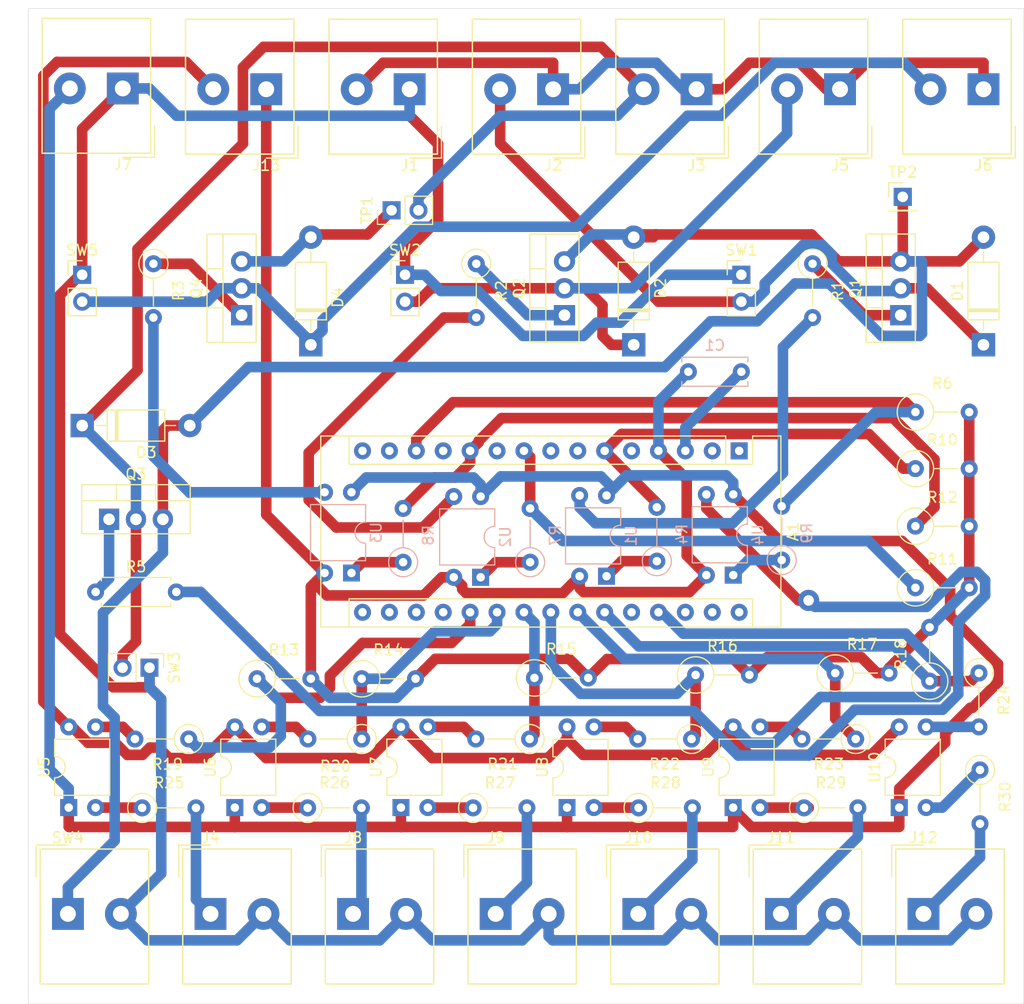
<source format=kicad_pcb>
(kicad_pcb (version 20171130) (host pcbnew "(5.1.2)-2")
  (layers (0 F.Cu signal) (31 B.Cu signal) (34 B.Paste user) (35 F.Paste user) (36 B.SilkS user) (37 F.SilkS user) (38 B.Mask user) (39 F.Mask user) (44 Edge.Cuts user))
  (net 0 "")
  (net 1 "Net-(A1-Pad13)")
  (net 2 +5V)
  (net 3 "Net-(A1-Pad11)")
  (net 4 "Net-(A1-Pad9)")
  (net 5 "Net-(A1-Pad22)")
  (net 6 "Net-(A1-Pad21)")
  (net 7 "Net-(A1-Pad20)")
  (net 8 Earth)
  (net 9 "Net-(D1-Pad2)")
  (net 10 +24V)
  (net 11 "Net-(Q1-Pad1)")
  (net 12 "Net-(Q2-Pad1)")
  (net 13 "Net-(Q3-Pad1)")
  (net 14 "Net-(D1-Pad1)")
  (net 15 "Net-(A1-Pad25)")
  (net 16 "Net-(A1-Pad24)")
  (net 17 "Net-(A1-Pad23)")
  (net 18 "Net-(A1-Pad6)")
  (net 19 "Net-(D4-Pad2)")
  (net 20 "Net-(J4-Pad1)")
  (net 21 "Net-(J8-Pad1)")
  (net 22 "Net-(J9-Pad1)")
  (net 23 "Net-(J10-Pad1)")
  (net 24 "Net-(J11-Pad1)")
  (net 25 "Net-(J12-Pad1)")
  (net 26 "Net-(Q4-Pad1)")
  (net 27 "Net-(R4-Pad1)")
  (net 28 "Net-(R7-Pad1)")
  (net 29 "Net-(R8-Pad1)")
  (net 30 "Net-(R9-Pad1)")
  (net 31 "Net-(R19-Pad2)")
  (net 32 "Net-(R20-Pad2)")
  (net 33 "Net-(R21-Pad2)")
  (net 34 "Net-(R22-Pad2)")
  (net 35 "Net-(R23-Pad2)")
  (net 36 "Net-(R24-Pad2)")
  (net 37 "Net-(R25-Pad1)")
  (net 38 "Net-(R26-Pad1)")
  (net 39 "Net-(R27-Pad1)")
  (net 40 "Net-(R28-Pad1)")
  (net 41 "Net-(R29-Pad1)")
  (net 42 "Net-(R30-Pad1)")
  (net 43 "Net-(A1-Pad27)")
  (net 44 "Net-(A1-Pad4)")
  (net 45 "Net-(R1-Pad2)")
  (net 46 "Net-(R2-Pad2)")
  (net 47 "Net-(R3-Pad2)")
  (net 48 "Net-(R5-Pad2)")
  (net 49 "Net-(A1-Pad3)")
  (net 50 "Net-(D4-Pad1)")
  (net 51 "Net-(A1-Pad16)")
  (net 52 "Net-(A1-Pad15)")
  (net 53 "Net-(A1-Pad30)")
  (net 54 "Net-(A1-Pad14)")
  (net 55 "Net-(A1-Pad29)")
  (net 56 "Net-(A1-Pad28)")
  (net 57 "Net-(A1-Pad12)")
  (net 58 "Net-(A1-Pad26)")
  (net 59 "Net-(A1-Pad10)")
  (net 60 "Net-(A1-Pad8)")
  (net 61 "Net-(A1-Pad7)")
  (net 62 "Net-(A1-Pad5)")
  (net 63 "Net-(A1-Pad19)")
  (net 64 "Net-(A1-Pad18)")
  (net 65 "Net-(A1-Pad2)")
  (net 66 "Net-(A1-Pad17)")
  (net 67 "Net-(A1-Pad1)")
  (net 68 "Net-(D2-Pad1)")
  (net 69 "Net-(D3-Pad1)")
  (module Capacitor_THT:C_Disc_D6.0mm_W2.5mm_P5.00mm (layer B.Cu) (at 130.81 106.68 180)
    (fp_text reference C1 (at 2.5 2.5) (layer B.SilkS) (effects (justify mirror)))
    (fp_text value "10 мкФ")
    (pad 2 thru_hole circle (at 5 0 180) (size 1.6 1.6) (drill 0.8) (layers *.Cu *.Mask) (net 44 "Net-(A1-Pad4)"))
    (pad 1 thru_hole circle (at 0 0 180) (size 1.6 1.6) (drill 0.8) (layers *.Cu *.Mask) (net 49 "Net-(A1-Pad3)"))
  )
  (module Diode_THT:D_DO-41_SOD81_P10.16mm_Horizontal (layer F.Cu) (at 68.58 111.76)
    (fp_text reference D3 (at 6.0502 2.54) (layer F.SilkS))
    (fp_text value 1N4001)
    (pad 2 thru_hole oval (at 10.16 0) (size 2.2 2.2) (drill 1.1) (layers *.Cu *.Mask) (net 9 "Net-(D1-Pad2)"))
    (pad 1 thru_hole rect (at 0 0) (size 2.2 2.2) (drill 1.1) (layers *.Cu *.Mask) (net 69 "Net-(D3-Pad1)"))
  )
  (module Resistor_THT:R_Axial_DIN0207_L6.3mm_D2.5mm_P7.62mm_Horizontal (layer F.Cu) (at 69.85 127.47)
    (fp_text reference R5 (at 3.81 -2.37) (layer F.SilkS))
    (fp_text value 470)
    (pad 2 thru_hole oval (at 7.62 0) (size 1.6 1.6) (drill 0.8) (layers *.Cu *.Mask) (net 48 "Net-(R5-Pad2)"))
    (pad 1 thru_hole circle (at 0 0) (size 1.6 1.6) (drill 0.8) (layers *.Cu *.Mask) (net 13 "Net-(Q3-Pad1)"))
  )
  (module Package_TO_SOT_THT:TO-220-3_Vertical (layer F.Cu) (at 145.863332 101.341 90)
    (fp_text reference Q1 (at 2.54 -4.27 90) (layer F.SilkS))
    (fp_text value IRF740)
    (pad 3 thru_hole oval (at 5.08 0 90) (size 1.905 2) (drill 1.1) (layers *.Cu *.Mask) (net 9 "Net-(D1-Pad2)"))
    (pad 2 thru_hole oval (at 2.54 0 90) (size 1.905 2) (drill 1.1) (layers *.Cu *.Mask) (net 14 "Net-(D1-Pad1)"))
    (pad 1 thru_hole rect (at 0 0 90) (size 1.905 2) (drill 1.1) (layers *.Cu *.Mask) (net 11 "Net-(Q1-Pad1)"))
  )
  (module Connector_PinHeader_2.54mm:PinHeader_1x01_P2.54mm_Vertical (layer F.Cu) (at 146.05 90.17)
    (fp_text reference TP2 (at 0 -2.33) (layer F.SilkS))
    (fp_text value TestPoint)
    (pad 1 thru_hole rect (at 0 0) (size 1.7 1.7) (drill 1) (layers *.Cu *.Mask) (net 9 "Net-(D1-Pad2)"))
  )
  (module Connector_PinHeader_2.54mm:PinHeader_1x02_P2.54mm_Vertical (layer F.Cu) (at 97.79 91.44 90)
    (fp_text reference TP1 (at 0 -2.33 90) (layer F.SilkS))
    (fp_text value TP)
    (pad 2 thru_hole oval (at 0 2.54 90) (size 1.7 1.7) (drill 1) (layers *.Cu *.Mask) (net 69 "Net-(D3-Pad1)"))
    (pad 1 thru_hole rect (at 0 0 90) (size 1.7 1.7) (drill 1) (layers *.Cu *.Mask) (net 19 "Net-(D4-Pad2)"))
  )
  (module TerminalBlock_Altech:Altech_AK300_1x02_P5.00mm_45-Degree (layer F.Cu) (at 99.500266 80.01 180)
    (fp_text reference J1 (at 0 -7.2) (layer F.SilkS))
    (fp_text value "к БП")
    (pad 2 thru_hole circle (at 5 0 180) (size 3 3) (drill 1.5) (layers *.Cu *.Mask) (net 10 +24V))
    (pad 1 thru_hole rect (at 0 0 180) (size 3 3) (drill 1.5) (layers *.Cu *.Mask) (net 8 Earth))
  )
  (module Resistor_THT:R_Axial_DIN0207_L6.3mm_D2.5mm_P5.08mm_Vertical (layer B.Cu) (at 134.62 124.46 90)
    (fp_text reference R9 (at 2.54 2.37 270) (layer B.SilkS) (effects (justify mirror)))
    (fp_text value 470)
    (pad 1 thru_hole circle (at 0 0 90) (size 1.6 1.6) (drill 0.8) (layers *.Cu *.Mask) (net 30 "Net-(R9-Pad1)"))
    (pad 2 thru_hole oval (at 5.08 0 90) (size 1.6 1.6) (drill 0.8) (layers *.Cu *.Mask) (net 1 "Net-(A1-Pad13)"))
  )
  (module Module:Arduino_Nano_WithMountingHoles (layer F.Cu) (at 130.6068 114.1476 270)
    (fp_text reference A1 (at 7.62 -5.08 90) (layer F.SilkS))
    (fp_text value Arduino_Nano_v3)
    (pad "" np_thru_hole circle (at 0 38.1 270) (size 1.78 1.78) (drill 1.78) (layers *.Cu *.Mask))
    (pad "" np_thru_hole circle (at 15.24 38.1 270) (size 1.78 1.78) (drill 1.78) (layers *.Cu *.Mask))
    (pad "" np_thru_hole circle (at 15.24 -2.54 270) (size 1.78 1.78) (drill 1.78) (layers *.Cu *.Mask))
    (pad "" np_thru_hole circle (at 0 -2.54 270) (size 1.78 1.78) (drill 1.78) (layers *.Cu *.Mask))
    (pad 16 thru_hole oval (at 15.24 35.56 270) (size 1.6 1.6) (drill 0.8) (layers *.Cu *.Mask) (net 51 "Net-(A1-Pad16)"))
    (pad 15 thru_hole oval (at 0 35.56 270) (size 1.6 1.6) (drill 0.8) (layers *.Cu *.Mask) (net 52 "Net-(A1-Pad15)"))
    (pad 30 thru_hole oval (at 15.24 0 270) (size 1.6 1.6) (drill 0.8) (layers *.Cu *.Mask) (net 53 "Net-(A1-Pad30)"))
    (pad 14 thru_hole oval (at 0 33.02 270) (size 1.6 1.6) (drill 0.8) (layers *.Cu *.Mask) (net 54 "Net-(A1-Pad14)"))
    (pad 29 thru_hole oval (at 15.24 2.54 270) (size 1.6 1.6) (drill 0.8) (layers *.Cu *.Mask) (net 55 "Net-(A1-Pad29)"))
    (pad 13 thru_hole oval (at 0 30.48 270) (size 1.6 1.6) (drill 0.8) (layers *.Cu *.Mask) (net 1 "Net-(A1-Pad13)"))
    (pad 28 thru_hole oval (at 15.24 5.08 270) (size 1.6 1.6) (drill 0.8) (layers *.Cu *.Mask) (net 56 "Net-(A1-Pad28)"))
    (pad 12 thru_hole oval (at 0 27.94 270) (size 1.6 1.6) (drill 0.8) (layers *.Cu *.Mask) (net 57 "Net-(A1-Pad12)"))
    (pad 27 thru_hole oval (at 15.24 7.62 270) (size 1.6 1.6) (drill 0.8) (layers *.Cu *.Mask) (net 43 "Net-(A1-Pad27)"))
    (pad 11 thru_hole oval (at 0 25.4 270) (size 1.6 1.6) (drill 0.8) (layers *.Cu *.Mask) (net 3 "Net-(A1-Pad11)"))
    (pad 26 thru_hole oval (at 15.24 10.16 270) (size 1.6 1.6) (drill 0.8) (layers *.Cu *.Mask) (net 58 "Net-(A1-Pad26)"))
    (pad 10 thru_hole oval (at 0 22.86 270) (size 1.6 1.6) (drill 0.8) (layers *.Cu *.Mask) (net 59 "Net-(A1-Pad10)"))
    (pad 25 thru_hole oval (at 15.24 12.7 270) (size 1.6 1.6) (drill 0.8) (layers *.Cu *.Mask) (net 15 "Net-(A1-Pad25)"))
    (pad 9 thru_hole oval (at 0 20.32 270) (size 1.6 1.6) (drill 0.8) (layers *.Cu *.Mask) (net 4 "Net-(A1-Pad9)"))
    (pad 24 thru_hole oval (at 15.24 15.24 270) (size 1.6 1.6) (drill 0.8) (layers *.Cu *.Mask) (net 16 "Net-(A1-Pad24)"))
    (pad 8 thru_hole oval (at 0 17.78 270) (size 1.6 1.6) (drill 0.8) (layers *.Cu *.Mask) (net 60 "Net-(A1-Pad8)"))
    (pad 23 thru_hole oval (at 15.24 17.78 270) (size 1.6 1.6) (drill 0.8) (layers *.Cu *.Mask) (net 17 "Net-(A1-Pad23)"))
    (pad 7 thru_hole oval (at 0 15.24 270) (size 1.6 1.6) (drill 0.8) (layers *.Cu *.Mask) (net 61 "Net-(A1-Pad7)"))
    (pad 22 thru_hole oval (at 15.24 20.32 270) (size 1.6 1.6) (drill 0.8) (layers *.Cu *.Mask) (net 5 "Net-(A1-Pad22)"))
    (pad 6 thru_hole oval (at 0 12.7 270) (size 1.6 1.6) (drill 0.8) (layers *.Cu *.Mask) (net 18 "Net-(A1-Pad6)"))
    (pad 21 thru_hole oval (at 15.24 22.86 270) (size 1.6 1.6) (drill 0.8) (layers *.Cu *.Mask) (net 6 "Net-(A1-Pad21)"))
    (pad 5 thru_hole oval (at 0 10.16 270) (size 1.6 1.6) (drill 0.8) (layers *.Cu *.Mask) (net 62 "Net-(A1-Pad5)"))
    (pad 20 thru_hole oval (at 15.24 25.4 270) (size 1.6 1.6) (drill 0.8) (layers *.Cu *.Mask) (net 7 "Net-(A1-Pad20)"))
    (pad 4 thru_hole oval (at 0 7.62 270) (size 1.6 1.6) (drill 0.8) (layers *.Cu *.Mask) (net 44 "Net-(A1-Pad4)"))
    (pad 19 thru_hole oval (at 15.24 27.94 270) (size 1.6 1.6) (drill 0.8) (layers *.Cu *.Mask) (net 63 "Net-(A1-Pad19)"))
    (pad 3 thru_hole oval (at 0 5.08 270) (size 1.6 1.6) (drill 0.8) (layers *.Cu *.Mask) (net 49 "Net-(A1-Pad3)"))
    (pad 18 thru_hole oval (at 15.24 30.48 270) (size 1.6 1.6) (drill 0.8) (layers *.Cu *.Mask) (net 64 "Net-(A1-Pad18)"))
    (pad 2 thru_hole oval (at 0 2.54 270) (size 1.6 1.6) (drill 0.8) (layers *.Cu *.Mask) (net 65 "Net-(A1-Pad2)"))
    (pad 17 thru_hole oval (at 15.24 33.02 270) (size 1.6 1.6) (drill 0.8) (layers *.Cu *.Mask) (net 66 "Net-(A1-Pad17)"))
    (pad 1 thru_hole rect (at 0 0 270) (size 1.6 1.6) (drill 0.8) (layers *.Cu *.Mask) (net 67 "Net-(A1-Pad1)"))
  )
  (module Diode_THT:D_DO-41_SOD81_P10.16mm_Horizontal (layer F.Cu) (at 120.65 104.14 90)
    (fp_text reference D2 (at 5.339 2.54 90) (layer F.SilkS))
    (fp_text value 1N4001)
    (pad 2 thru_hole oval (at 10.16 0 90) (size 2.2 2.2) (drill 1.1) (layers *.Cu *.Mask) (net 9 "Net-(D1-Pad2)"))
    (pad 1 thru_hole rect (at 0 0 90) (size 2.2 2.2) (drill 1.1) (layers *.Cu *.Mask) (net 68 "Net-(D2-Pad1)"))
  )
  (module Connector_PinHeader_2.54mm:PinHeader_1x02_P2.54mm_Vertical (layer F.Cu) (at 99.06 97.526)
    (fp_text reference SW2 (at 0 -2.33) (layer F.SilkS))
    (fp_text value Кнопка)
    (pad 2 thru_hole oval (at 0 2.54) (size 1.7 1.7) (drill 1) (layers *.Cu *.Mask) (net 68 "Net-(D2-Pad1)"))
    (pad 1 thru_hole rect (at 0 0) (size 1.7 1.7) (drill 1) (layers *.Cu *.Mask) (net 8 Earth))
  )
  (module TerminalBlock_Altech:Altech_AK300_1x02_P5.00mm_45-Degree (layer F.Cu) (at 94.1578 157.861)
    (fp_text reference J8 (at 0 -7.2) (layer F.SilkS))
    (fp_text value "геркон клапана 1")
    (pad 2 thru_hole circle (at 5 0) (size 3 3) (drill 1.5) (layers *.Cu *.Mask) (net 8 Earth))
    (pad 1 thru_hole rect (at 0 0) (size 3 3) (drill 1.5) (layers *.Cu *.Mask) (net 21 "Net-(J8-Pad1)"))
  )
  (module TerminalBlock_Altech:Altech_AK300_1x02_P5.00mm_45-Degree (layer F.Cu) (at 134.5438 157.861)
    (fp_text reference J11 (at 0 -7.2) (layer F.SilkS))
    (fp_text value запасной)
    (pad 2 thru_hole circle (at 5 0) (size 3 3) (drill 1.5) (layers *.Cu *.Mask) (net 8 Earth))
    (pad 1 thru_hole rect (at 0 0) (size 3 3) (drill 1.5) (layers *.Cu *.Mask) (net 24 "Net-(J11-Pad1)"))
  )
  (module Package_DIP:DIP-4_W7.62mm (layer B.Cu) (at 94.0054 125.6792 90)
    (fp_text reference U3 (at 3.81 2.33 -90) (layer B.SilkS) (effects (justify mirror)))
    (fp_text value PC817)
    (pad 4 thru_hole oval (at 7.62 0 90) (size 1.6 1.6) (drill 0.8) (layers *.Cu *.Mask) (net 2 +5V))
    (pad 2 thru_hole oval (at 0 -2.54 90) (size 1.6 1.6) (drill 0.8) (layers *.Cu *.Mask) (net 44 "Net-(A1-Pad4)"))
    (pad 3 thru_hole oval (at 7.62 -2.54 90) (size 1.6 1.6) (drill 0.8) (layers *.Cu *.Mask) (net 47 "Net-(R3-Pad2)"))
    (pad 1 thru_hole rect (at 0 0 90) (size 1.6 1.6) (drill 0.8) (layers *.Cu *.Mask) (net 29 "Net-(R8-Pad1)"))
  )
  (module Package_DIP:DIP-4_W7.62mm (layer B.Cu) (at 118.0846 125.984 90)
    (fp_text reference U1 (at 3.81 2.33 -90) (layer B.SilkS) (effects (justify mirror)))
    (fp_text value PC817)
    (pad 4 thru_hole oval (at 7.62 0 90) (size 1.6 1.6) (drill 0.8) (layers *.Cu *.Mask) (net 2 +5V))
    (pad 2 thru_hole oval (at 0 -2.54 90) (size 1.6 1.6) (drill 0.8) (layers *.Cu *.Mask) (net 44 "Net-(A1-Pad4)"))
    (pad 3 thru_hole oval (at 7.62 -2.54 90) (size 1.6 1.6) (drill 0.8) (layers *.Cu *.Mask) (net 45 "Net-(R1-Pad2)"))
    (pad 1 thru_hole rect (at 0 0 90) (size 1.6 1.6) (drill 0.8) (layers *.Cu *.Mask) (net 27 "Net-(R4-Pad1)"))
  )
  (module Connector_PinHeader_2.54mm:PinHeader_1x02_P2.54mm_Vertical (layer F.Cu) (at 68.58 97.526)
    (fp_text reference SW5 (at 0 -2.33) (layer F.SilkS))
    (fp_text value Кнопка)
    (pad 2 thru_hole oval (at 0 2.54) (size 1.7 1.7) (drill 1) (layers *.Cu *.Mask) (net 50 "Net-(D4-Pad1)"))
    (pad 1 thru_hole rect (at 0 0) (size 1.7 1.7) (drill 1) (layers *.Cu *.Mask) (net 8 Earth))
  )
  (module TerminalBlock_Altech:Altech_AK300_1x02_P5.00mm_45-Degree (layer F.Cu) (at 67.2338 157.861)
    (fp_text reference SW4 (at 0 -7.2) (layer F.SilkS))
    (fp_text value "Выключить автоматику")
    (pad 2 thru_hole circle (at 5 0) (size 3 3) (drill 1.5) (layers *.Cu *.Mask) (net 8 Earth))
    (pad 1 thru_hole rect (at 0 0) (size 3 3) (drill 1.5) (layers *.Cu *.Mask) (net 9 "Net-(D1-Pad2)"))
  )
  (module Connector_PinHeader_2.54mm:PinHeader_1x02_P2.54mm_Vertical (layer F.Cu) (at 74.935 134.62 270)
    (fp_text reference SW3 (at 0 -2.33 90) (layer F.SilkS))
    (fp_text value Кнопка)
    (pad 2 thru_hole oval (at 0 2.54 270) (size 1.7 1.7) (drill 1) (layers *.Cu *.Mask) (net 69 "Net-(D3-Pad1)"))
    (pad 1 thru_hole rect (at 0 0 270) (size 1.7 1.7) (drill 1) (layers *.Cu *.Mask) (net 8 Earth))
  )
  (module Connector_PinHeader_2.54mm:PinHeader_1x02_P2.54mm_Vertical (layer F.Cu) (at 130.81 97.526)
    (fp_text reference SW1 (at 0 -2.33) (layer F.SilkS))
    (fp_text value Кнопка)
    (pad 2 thru_hole oval (at 0 2.54) (size 1.7 1.7) (drill 1) (layers *.Cu *.Mask) (net 14 "Net-(D1-Pad1)"))
    (pad 1 thru_hole rect (at 0 0) (size 1.7 1.7) (drill 1) (layers *.Cu *.Mask) (net 8 Earth))
  )
  (module Package_TO_SOT_THT:TO-220-3_Vertical (layer F.Cu) (at 114.113332 101.341 90)
    (fp_text reference Q2 (at 2.54 -4.27 90) (layer F.SilkS))
    (fp_text value IRF740)
    (pad 3 thru_hole oval (at 5.08 0 90) (size 1.905 2) (drill 1.1) (layers *.Cu *.Mask) (net 9 "Net-(D1-Pad2)"))
    (pad 2 thru_hole oval (at 2.54 0 90) (size 1.905 2) (drill 1.1) (layers *.Cu *.Mask) (net 68 "Net-(D2-Pad1)"))
    (pad 1 thru_hole rect (at 0 0 90) (size 1.905 2) (drill 1.1) (layers *.Cu *.Mask) (net 12 "Net-(Q2-Pad1)"))
  )
  (module TerminalBlock_Altech:Altech_AK300_1x02_P5.00mm_45-Degree (layer F.Cu) (at 148.0058 157.861)
    (fp_text reference J12 (at 0 -7.2) (layer F.SilkS))
    (fp_text value запасной)
    (pad 2 thru_hole circle (at 5 0) (size 3 3) (drill 1.5) (layers *.Cu *.Mask) (net 8 Earth))
    (pad 1 thru_hole rect (at 0 0) (size 3 3) (drill 1.5) (layers *.Cu *.Mask) (net 25 "Net-(J12-Pad1)"))
  )
  (module Package_DIP:DIP-4_W7.62mm (layer F.Cu) (at 145.7198 147.828 90)
    (fp_text reference U10 (at 3.81 -2.33 90) (layer F.SilkS))
    (fp_text value PC817)
    (pad 4 thru_hole oval (at 7.62 0 90) (size 1.6 1.6) (drill 0.8) (layers *.Cu *.Mask) (net 43 "Net-(A1-Pad27)"))
    (pad 2 thru_hole oval (at 0 2.54 90) (size 1.6 1.6) (drill 0.8) (layers *.Cu *.Mask) (net 42 "Net-(R30-Pad1)"))
    (pad 3 thru_hole oval (at 7.62 2.54 90) (size 1.6 1.6) (drill 0.8) (layers *.Cu *.Mask) (net 36 "Net-(R24-Pad2)"))
    (pad 1 thru_hole rect (at 0 0 90) (size 1.6 1.6) (drill 0.8) (layers *.Cu *.Mask) (net 2 +5V))
  )
  (module Package_DIP:DIP-4_W7.62mm (layer F.Cu) (at 130.03784 147.828 90)
    (fp_text reference U9 (at 3.81 -2.33 90) (layer F.SilkS))
    (fp_text value PC817)
    (pad 4 thru_hole oval (at 7.62 0 90) (size 1.6 1.6) (drill 0.8) (layers *.Cu *.Mask) (net 43 "Net-(A1-Pad27)"))
    (pad 2 thru_hole oval (at 0 2.54 90) (size 1.6 1.6) (drill 0.8) (layers *.Cu *.Mask) (net 41 "Net-(R29-Pad1)"))
    (pad 3 thru_hole oval (at 7.62 2.54 90) (size 1.6 1.6) (drill 0.8) (layers *.Cu *.Mask) (net 35 "Net-(R23-Pad2)"))
    (pad 1 thru_hole rect (at 0 0 90) (size 1.6 1.6) (drill 0.8) (layers *.Cu *.Mask) (net 2 +5V))
  )
  (module Package_DIP:DIP-4_W7.62mm (layer F.Cu) (at 114.35588 147.828 90)
    (fp_text reference U8 (at 3.81 -2.33 90) (layer F.SilkS))
    (fp_text value PC817)
    (pad 1 thru_hole rect (at 0 0 90) (size 1.6 1.6) (drill 0.8) (layers *.Cu *.Mask) (net 2 +5V))
    (pad 3 thru_hole oval (at 7.62 2.54 90) (size 1.6 1.6) (drill 0.8) (layers *.Cu *.Mask) (net 34 "Net-(R22-Pad2)"))
    (pad 2 thru_hole oval (at 0 2.54 90) (size 1.6 1.6) (drill 0.8) (layers *.Cu *.Mask) (net 40 "Net-(R28-Pad1)"))
    (pad 4 thru_hole oval (at 7.62 0 90) (size 1.6 1.6) (drill 0.8) (layers *.Cu *.Mask) (net 43 "Net-(A1-Pad27)"))
  )
  (module Package_DIP:DIP-4_W7.62mm (layer F.Cu) (at 98.67392 147.828 90)
    (fp_text reference U7 (at 3.81 -2.33 90) (layer F.SilkS))
    (fp_text value PC817)
    (pad 4 thru_hole oval (at 7.62 0 90) (size 1.6 1.6) (drill 0.8) (layers *.Cu *.Mask) (net 43 "Net-(A1-Pad27)"))
    (pad 2 thru_hole oval (at 0 2.54 90) (size 1.6 1.6) (drill 0.8) (layers *.Cu *.Mask) (net 39 "Net-(R27-Pad1)"))
    (pad 3 thru_hole oval (at 7.62 2.54 90) (size 1.6 1.6) (drill 0.8) (layers *.Cu *.Mask) (net 33 "Net-(R21-Pad2)"))
    (pad 1 thru_hole rect (at 0 0 90) (size 1.6 1.6) (drill 0.8) (layers *.Cu *.Mask) (net 2 +5V))
  )
  (module Package_DIP:DIP-4_W7.62mm (layer F.Cu) (at 82.99196 147.828 90)
    (fp_text reference U6 (at 3.81 -2.33 90) (layer F.SilkS))
    (fp_text value PC817)
    (pad 4 thru_hole oval (at 7.62 0 90) (size 1.6 1.6) (drill 0.8) (layers *.Cu *.Mask) (net 43 "Net-(A1-Pad27)"))
    (pad 2 thru_hole oval (at 0 2.54 90) (size 1.6 1.6) (drill 0.8) (layers *.Cu *.Mask) (net 38 "Net-(R26-Pad1)"))
    (pad 3 thru_hole oval (at 7.62 2.54 90) (size 1.6 1.6) (drill 0.8) (layers *.Cu *.Mask) (net 32 "Net-(R20-Pad2)"))
    (pad 1 thru_hole rect (at 0 0 90) (size 1.6 1.6) (drill 0.8) (layers *.Cu *.Mask) (net 2 +5V))
  )
  (module Package_DIP:DIP-4_W7.62mm (layer F.Cu) (at 67.31 147.828 90)
    (fp_text reference U5 (at 3.81 -2.33 90) (layer F.SilkS))
    (fp_text value PC817)
    (pad 4 thru_hole oval (at 7.62 0 90) (size 1.6 1.6) (drill 0.8) (layers *.Cu *.Mask) (net 43 "Net-(A1-Pad27)"))
    (pad 2 thru_hole oval (at 0 2.54 90) (size 1.6 1.6) (drill 0.8) (layers *.Cu *.Mask) (net 37 "Net-(R25-Pad1)"))
    (pad 3 thru_hole oval (at 7.62 2.54 90) (size 1.6 1.6) (drill 0.8) (layers *.Cu *.Mask) (net 31 "Net-(R19-Pad2)"))
    (pad 1 thru_hole rect (at 0 0 90) (size 1.6 1.6) (drill 0.8) (layers *.Cu *.Mask) (net 2 +5V))
  )
  (module Package_DIP:DIP-4_W7.62mm (layer B.Cu) (at 130.048 125.8824 90)
    (fp_text reference U4 (at 3.81 2.33 -90) (layer B.SilkS) (effects (justify mirror)))
    (fp_text value PC817)
    (pad 4 thru_hole oval (at 7.62 0 90) (size 1.6 1.6) (drill 0.8) (layers *.Cu *.Mask) (net 2 +5V))
    (pad 2 thru_hole oval (at 0 -2.54 90) (size 1.6 1.6) (drill 0.8) (layers *.Cu *.Mask) (net 44 "Net-(A1-Pad4)"))
    (pad 3 thru_hole oval (at 7.62 -2.54 90) (size 1.6 1.6) (drill 0.8) (layers *.Cu *.Mask) (net 48 "Net-(R5-Pad2)"))
    (pad 1 thru_hole rect (at 0 0 90) (size 1.6 1.6) (drill 0.8) (layers *.Cu *.Mask) (net 30 "Net-(R9-Pad1)"))
  )
  (module Package_DIP:DIP-4_W7.62mm (layer B.Cu) (at 106.1974 126.0856 90)
    (fp_text reference U2 (at 3.81 2.33 -90) (layer B.SilkS) (effects (justify mirror)))
    (fp_text value PC817)
    (pad 4 thru_hole oval (at 7.62 0 90) (size 1.6 1.6) (drill 0.8) (layers *.Cu *.Mask) (net 2 +5V))
    (pad 2 thru_hole oval (at 0 -2.54 90) (size 1.6 1.6) (drill 0.8) (layers *.Cu *.Mask) (net 44 "Net-(A1-Pad4)"))
    (pad 3 thru_hole oval (at 7.62 -2.54 90) (size 1.6 1.6) (drill 0.8) (layers *.Cu *.Mask) (net 46 "Net-(R2-Pad2)"))
    (pad 1 thru_hole rect (at 0 0 90) (size 1.6 1.6) (drill 0.8) (layers *.Cu *.Mask) (net 28 "Net-(R7-Pad1)"))
  )
  (module Package_TO_SOT_THT:TO-220-3_Vertical (layer F.Cu) (at 83.633332 101.341 90)
    (fp_text reference Q4 (at 2.54 -4.27 90) (layer F.SilkS))
    (fp_text value IRF740)
    (pad 3 thru_hole oval (at 5.08 0 90) (size 1.905 2) (drill 1.1) (layers *.Cu *.Mask) (net 19 "Net-(D4-Pad2)"))
    (pad 2 thru_hole oval (at 2.54 0 90) (size 1.905 2) (drill 1.1) (layers *.Cu *.Mask) (net 50 "Net-(D4-Pad1)"))
    (pad 1 thru_hole rect (at 0 0 90) (size 1.905 2) (drill 1.1) (layers *.Cu *.Mask) (net 26 "Net-(Q4-Pad1)"))
  )
  (module Package_TO_SOT_THT:TO-220-3_Vertical (layer F.Cu) (at 71.12 120.61)
    (fp_text reference Q3 (at 2.54 -4.27) (layer F.SilkS))
    (fp_text value IRF740)
    (pad 3 thru_hole oval (at 5.08 0) (size 1.905 2) (drill 1.1) (layers *.Cu *.Mask) (net 9 "Net-(D1-Pad2)"))
    (pad 2 thru_hole oval (at 2.54 0) (size 1.905 2) (drill 1.1) (layers *.Cu *.Mask) (net 69 "Net-(D3-Pad1)"))
    (pad 1 thru_hole rect (at 0 0) (size 1.905 2) (drill 1.1) (layers *.Cu *.Mask) (net 13 "Net-(Q3-Pad1)"))
  )
  (module TerminalBlock_Altech:Altech_AK300_1x02_P5.00mm_45-Degree (layer F.Cu) (at 85.957833 80.01 180)
    (fp_text reference J13 (at 0 -7.2) (layer F.SilkS))
    (fp_text value "к БП")
    (pad 2 thru_hole circle (at 5 0 180) (size 3 3) (drill 1.5) (layers *.Cu *.Mask) (net 43 "Net-(A1-Pad27)"))
    (pad 1 thru_hole rect (at 0 0 180) (size 3 3) (drill 1.5) (layers *.Cu *.Mask) (net 44 "Net-(A1-Pad4)"))
  )
  (module TerminalBlock_Altech:Altech_AK300_1x02_P5.00mm_45-Degree (layer F.Cu) (at 121.0818 157.861)
    (fp_text reference J10 (at 0 -7.2) (layer F.SilkS))
    (fp_text value "геркон шибера 1")
    (pad 2 thru_hole circle (at 5 0) (size 3 3) (drill 1.5) (layers *.Cu *.Mask) (net 8 Earth))
    (pad 1 thru_hole rect (at 0 0) (size 3 3) (drill 1.5) (layers *.Cu *.Mask) (net 23 "Net-(J10-Pad1)"))
  )
  (module TerminalBlock_Altech:Altech_AK300_1x02_P5.00mm_45-Degree (layer F.Cu) (at 107.6198 157.861)
    (fp_text reference J9 (at 0 -7.2) (layer F.SilkS))
    (fp_text value "геркон шибера 0")
    (pad 2 thru_hole circle (at 5 0) (size 3 3) (drill 1.5) (layers *.Cu *.Mask) (net 8 Earth))
    (pad 1 thru_hole rect (at 0 0) (size 3 3) (drill 1.5) (layers *.Cu *.Mask) (net 22 "Net-(J9-Pad1)"))
  )
  (module TerminalBlock_Altech:Altech_AK300_1x02_P5.00mm_45-Degree (layer F.Cu) (at 72.4154 79.9338 180)
    (fp_text reference J7 (at 0 -7.2) (layer F.SilkS))
    (fp_text value "к БП")
    (pad 2 thru_hole circle (at 5 0 180) (size 3 3) (drill 1.5) (layers *.Cu *.Mask) (net 2 +5V))
    (pad 1 thru_hole rect (at 0 0 180) (size 3 3) (drill 1.5) (layers *.Cu *.Mask) (net 8 Earth))
  )
  (module TerminalBlock_Altech:Altech_AK300_1x02_P5.00mm_45-Degree (layer F.Cu) (at 153.67 80.01 180)
    (fp_text reference J6 (at 0 -7.2) (layer F.SilkS))
    (fp_text value нагрузка)
    (pad 2 thru_hole circle (at 5 0 180) (size 3 3) (drill 1.5) (layers *.Cu *.Mask) (net 50 "Net-(D4-Pad1)"))
    (pad 1 thru_hole rect (at 0 0 180) (size 3 3) (drill 1.5) (layers *.Cu *.Mask) (net 10 +24V))
  )
  (module TerminalBlock_Altech:Altech_AK300_1x02_P5.00mm_45-Degree (layer F.Cu) (at 140.127565 80.01 180)
    (fp_text reference J5 (at 0 -7.2) (layer F.SilkS))
    (fp_text value нагрузка)
    (pad 2 thru_hole circle (at 5 0 180) (size 3 3) (drill 1.5) (layers *.Cu *.Mask) (net 68 "Net-(D2-Pad1)"))
    (pad 1 thru_hole rect (at 0 0 180) (size 3 3) (drill 1.5) (layers *.Cu *.Mask) (net 10 +24V))
  )
  (module TerminalBlock_Altech:Altech_AK300_1x02_P5.00mm_45-Degree (layer F.Cu) (at 80.6958 157.861)
    (fp_text reference J4 (at 0 -7.2) (layer F.SilkS))
    (fp_text value "геркон клапана 0")
    (pad 2 thru_hole circle (at 5 0) (size 3 3) (drill 1.5) (layers *.Cu *.Mask) (net 8 Earth))
    (pad 1 thru_hole rect (at 0 0) (size 3 3) (drill 1.5) (layers *.Cu *.Mask) (net 20 "Net-(J4-Pad1)"))
  )
  (module TerminalBlock_Altech:Altech_AK300_1x02_P5.00mm_45-Degree (layer F.Cu) (at 126.585132 80.01 180)
    (fp_text reference J3 (at 0 -7.2) (layer F.SilkS))
    (fp_text value нагрузка)
    (pad 2 thru_hole circle (at 5 0 180) (size 3 3) (drill 1.5) (layers *.Cu *.Mask) (net 69 "Net-(D3-Pad1)"))
    (pad 1 thru_hole rect (at 0 0 180) (size 3 3) (drill 1.5) (layers *.Cu *.Mask) (net 10 +24V))
  )
  (module TerminalBlock_Altech:Altech_AK300_1x02_P5.00mm_45-Degree (layer F.Cu) (at 113.042699 80.01 180)
    (fp_text reference J2 (at 0 -7.2) (layer F.SilkS))
    (fp_text value нагрузка)
    (pad 2 thru_hole circle (at 5 0 180) (size 3 3) (drill 1.5) (layers *.Cu *.Mask) (net 14 "Net-(D1-Pad1)"))
    (pad 1 thru_hole rect (at 0 0 180) (size 3 3) (drill 1.5) (layers *.Cu *.Mask) (net 10 +24V))
  )
  (module Diode_THT:D_DO-41_SOD81_P10.16mm_Horizontal (layer F.Cu) (at 90.17 104.14 90)
    (fp_text reference D4 (at 4.4754 2.54 90) (layer F.SilkS))
    (fp_text value 1N4001)
    (pad 2 thru_hole oval (at 10.16 0 90) (size 2.2 2.2) (drill 1.1) (layers *.Cu *.Mask) (net 19 "Net-(D4-Pad2)"))
    (pad 1 thru_hole rect (at 0 0 90) (size 2.2 2.2) (drill 1.1) (layers *.Cu *.Mask) (net 50 "Net-(D4-Pad1)"))
  )
  (module Diode_THT:D_DO-41_SOD81_P10.16mm_Horizontal (layer F.Cu) (at 153.67 104.14 90)
    (fp_text reference D1 (at 5.08 -2.47 90) (layer F.SilkS))
    (fp_text value 1N4001)
    (pad 2 thru_hole oval (at 10.16 0 90) (size 2.2 2.2) (drill 1.1) (layers *.Cu *.Mask) (net 9 "Net-(D1-Pad2)"))
    (pad 1 thru_hole rect (at 0 0 90) (size 2.2 2.2) (drill 1.1) (layers *.Cu *.Mask) (net 14 "Net-(D1-Pad1)"))
  )
  (module Resistor_THT:R_Axial_DIN0207_L6.3mm_D2.5mm_P5.08mm_Vertical (layer F.Cu) (at 137.536666 96.486 270)
    (fp_text reference R1 (at 2.54 -2.37 90) (layer F.SilkS))
    (fp_text value 470)
    (pad 1 thru_hole circle (at 0 0 270) (size 1.6 1.6) (drill 0.8) (layers *.Cu *.Mask) (net 11 "Net-(Q1-Pad1)"))
    (pad 2 thru_hole oval (at 5.08 0 270) (size 1.6 1.6) (drill 0.8) (layers *.Cu *.Mask) (net 45 "Net-(R1-Pad2)"))
  )
  (module Resistor_THT:R_Axial_DIN0207_L6.3mm_D2.5mm_P5.08mm_Vertical (layer F.Cu) (at 105.786666 96.486 270)
    (fp_text reference R2 (at 2.54 -2.37 90) (layer F.SilkS))
    (fp_text value 470)
    (pad 2 thru_hole oval (at 5.08 0 270) (size 1.6 1.6) (drill 0.8) (layers *.Cu *.Mask) (net 46 "Net-(R2-Pad2)"))
    (pad 1 thru_hole circle (at 0 0 270) (size 1.6 1.6) (drill 0.8) (layers *.Cu *.Mask) (net 12 "Net-(Q2-Pad1)"))
  )
  (module Resistor_THT:R_Axial_DIN0207_L6.3mm_D2.5mm_P5.08mm_Vertical (layer F.Cu) (at 75.306666 96.486 270)
    (fp_text reference R3 (at 2.54 -2.37 90) (layer F.SilkS))
    (fp_text value 470)
    (pad 1 thru_hole circle (at 0 0 270) (size 1.6 1.6) (drill 0.8) (layers *.Cu *.Mask) (net 26 "Net-(Q4-Pad1)"))
    (pad 2 thru_hole oval (at 5.08 0 270) (size 1.6 1.6) (drill 0.8) (layers *.Cu *.Mask) (net 47 "Net-(R3-Pad2)"))
  )
  (module Resistor_THT:R_Axial_DIN0207_L6.3mm_D2.5mm_P5.08mm_Vertical (layer B.Cu) (at 122.8344 124.5616 90)
    (fp_text reference R4 (at 2.54 2.37 270) (layer B.SilkS) (effects (justify mirror)))
    (fp_text value 470)
    (pad 1 thru_hole circle (at 0 0 90) (size 1.6 1.6) (drill 0.8) (layers *.Cu *.Mask) (net 27 "Net-(R4-Pad1)"))
    (pad 2 thru_hole oval (at 5.08 0 90) (size 1.6 1.6) (drill 0.8) (layers *.Cu *.Mask) (net 18 "Net-(A1-Pad6)"))
  )
  (module Resistor_THT:R_Axial_DIN0309_L9.0mm_D3.2mm_P5.08mm_Vertical (layer F.Cu) (at 147.2438 110.49)
    (fp_text reference R6 (at 2.54 -2.72) (layer F.SilkS))
    (fp_text value 10k)
    (pad 2 thru_hole oval (at 5.08 0) (size 1.6 1.6) (drill 0.8) (layers *.Cu *.Mask) (net 44 "Net-(A1-Pad4)"))
    (pad 1 thru_hole circle (at 0 0) (size 1.6 1.6) (drill 0.8) (layers *.Cu *.Mask) (net 1 "Net-(A1-Pad13)"))
  )
  (module Resistor_THT:R_Axial_DIN0207_L6.3mm_D2.5mm_P5.08mm_Vertical (layer B.Cu) (at 110.871 124.6632 90)
    (fp_text reference R7 (at 2.54 2.37 270) (layer B.SilkS) (effects (justify mirror)))
    (fp_text value 470)
    (pad 2 thru_hole oval (at 5.08 0 90) (size 1.6 1.6) (drill 0.8) (layers *.Cu *.Mask) (net 4 "Net-(A1-Pad9)"))
    (pad 1 thru_hole circle (at 0 0 90) (size 1.6 1.6) (drill 0.8) (layers *.Cu *.Mask) (net 28 "Net-(R7-Pad1)"))
  )
  (module Resistor_THT:R_Axial_DIN0207_L6.3mm_D2.5mm_P5.08mm_Vertical (layer B.Cu) (at 98.8822 124.6632 90)
    (fp_text reference R8 (at 2.54 2.37 270) (layer B.SilkS) (effects (justify mirror)))
    (fp_text value 470)
    (pad 2 thru_hole oval (at 5.08 0 90) (size 1.6 1.6) (drill 0.8) (layers *.Cu *.Mask) (net 3 "Net-(A1-Pad11)"))
    (pad 1 thru_hole circle (at 0 0 90) (size 1.6 1.6) (drill 0.8) (layers *.Cu *.Mask) (net 29 "Net-(R8-Pad1)"))
  )
  (module Resistor_THT:R_Axial_DIN0309_L9.0mm_D3.2mm_P5.08mm_Vertical (layer F.Cu) (at 147.2438 115.824)
    (fp_text reference R10 (at 2.54 -2.72) (layer F.SilkS))
    (fp_text value 10k)
    (pad 1 thru_hole circle (at 0 0) (size 1.6 1.6) (drill 0.8) (layers *.Cu *.Mask) (net 18 "Net-(A1-Pad6)"))
    (pad 2 thru_hole oval (at 5.08 0) (size 1.6 1.6) (drill 0.8) (layers *.Cu *.Mask) (net 44 "Net-(A1-Pad4)"))
  )
  (module Resistor_THT:R_Axial_DIN0309_L9.0mm_D3.2mm_P5.08mm_Vertical (layer F.Cu) (at 147.2438 127.0762)
    (fp_text reference R11 (at 2.54 -2.72) (layer F.SilkS))
    (fp_text value 10k)
    (pad 1 thru_hole circle (at 0 0) (size 1.6 1.6) (drill 0.8) (layers *.Cu *.Mask) (net 4 "Net-(A1-Pad9)"))
    (pad 2 thru_hole oval (at 5.08 0) (size 1.6 1.6) (drill 0.8) (layers *.Cu *.Mask) (net 44 "Net-(A1-Pad4)"))
  )
  (module Resistor_THT:R_Axial_DIN0309_L9.0mm_D3.2mm_P5.08mm_Vertical (layer F.Cu) (at 147.2438 121.2596)
    (fp_text reference R12 (at 2.54 -2.72) (layer F.SilkS))
    (fp_text value 10k)
    (pad 2 thru_hole oval (at 5.08 0) (size 1.6 1.6) (drill 0.8) (layers *.Cu *.Mask) (net 44 "Net-(A1-Pad4)"))
    (pad 1 thru_hole circle (at 0 0) (size 1.6 1.6) (drill 0.8) (layers *.Cu *.Mask) (net 3 "Net-(A1-Pad11)"))
  )
  (module Resistor_THT:R_Axial_DIN0309_L9.0mm_D3.2mm_P5.08mm_Vertical (layer F.Cu) (at 85.09 135.6614)
    (fp_text reference R13 (at 2.54 -2.72) (layer F.SilkS))
    (fp_text value 10k)
    (pad 2 thru_hole oval (at 5.08 0) (size 1.6 1.6) (drill 0.8) (layers *.Cu *.Mask) (net 44 "Net-(A1-Pad4)"))
    (pad 1 thru_hole circle (at 0 0) (size 1.6 1.6) (drill 0.8) (layers *.Cu *.Mask) (net 7 "Net-(A1-Pad20)"))
  )
  (module Resistor_THT:R_Axial_DIN0309_L9.0mm_D3.2mm_P5.08mm_Vertical (layer F.Cu) (at 94.9706 135.6614)
    (fp_text reference R14 (at 2.54 -2.72) (layer F.SilkS))
    (fp_text value 10k)
    (pad 2 thru_hole oval (at 5.08 0) (size 1.6 1.6) (drill 0.8) (layers *.Cu *.Mask) (net 44 "Net-(A1-Pad4)"))
    (pad 1 thru_hole circle (at 0 0) (size 1.6 1.6) (drill 0.8) (layers *.Cu *.Mask) (net 6 "Net-(A1-Pad21)"))
  )
  (module Resistor_THT:R_Axial_DIN0309_L9.0mm_D3.2mm_P5.08mm_Vertical (layer F.Cu) (at 111.2774 135.5852)
    (fp_text reference R15 (at 2.54 -2.72) (layer F.SilkS))
    (fp_text value 10k)
    (pad 1 thru_hole circle (at 0 0) (size 1.6 1.6) (drill 0.8) (layers *.Cu *.Mask) (net 5 "Net-(A1-Pad22)"))
    (pad 2 thru_hole oval (at 5.08 0) (size 1.6 1.6) (drill 0.8) (layers *.Cu *.Mask) (net 44 "Net-(A1-Pad4)"))
  )
  (module Resistor_THT:R_Axial_DIN0309_L9.0mm_D3.2mm_P5.08mm_Vertical (layer F.Cu) (at 126.492 135.3058)
    (fp_text reference R16 (at 2.54 -2.72) (layer F.SilkS))
    (fp_text value 10k)
    (pad 1 thru_hole circle (at 0 0) (size 1.6 1.6) (drill 0.8) (layers *.Cu *.Mask) (net 17 "Net-(A1-Pad23)"))
    (pad 2 thru_hole oval (at 5.08 0) (size 1.6 1.6) (drill 0.8) (layers *.Cu *.Mask) (net 44 "Net-(A1-Pad4)"))
  )
  (module Resistor_THT:R_Axial_DIN0309_L9.0mm_D3.2mm_P5.08mm_Vertical (layer F.Cu) (at 139.6746 135.128)
    (fp_text reference R17 (at 2.54 -2.72) (layer F.SilkS))
    (fp_text value 10k)
    (pad 2 thru_hole oval (at 5.08 0) (size 1.6 1.6) (drill 0.8) (layers *.Cu *.Mask) (net 44 "Net-(A1-Pad4)"))
    (pad 1 thru_hole circle (at 0 0) (size 1.6 1.6) (drill 0.8) (layers *.Cu *.Mask) (net 16 "Net-(A1-Pad24)"))
  )
  (module Resistor_THT:R_Axial_DIN0309_L9.0mm_D3.2mm_P5.08mm_Vertical (layer F.Cu) (at 148.59 135.89 90)
    (fp_text reference R18 (at 2.54 -2.72 90) (layer F.SilkS))
    (fp_text value 10k)
    (pad 1 thru_hole circle (at 0 0 90) (size 1.6 1.6) (drill 0.8) (layers *.Cu *.Mask) (net 15 "Net-(A1-Pad25)"))
    (pad 2 thru_hole oval (at 5.08 0 90) (size 1.6 1.6) (drill 0.8) (layers *.Cu *.Mask) (net 44 "Net-(A1-Pad4)"))
  )
  (module Resistor_THT:R_Axial_DIN0207_L6.3mm_D2.5mm_P5.08mm_Vertical (layer F.Cu) (at 78.6384 141.351 180)
    (fp_text reference R19 (at 2.0066 -2.3876 180) (layer F.SilkS))
    (fp_text value 470)
    (pad 2 thru_hole oval (at 5.08 0 180) (size 1.6 1.6) (drill 0.8) (layers *.Cu *.Mask) (net 31 "Net-(R19-Pad2)"))
    (pad 1 thru_hole circle (at 0 0 180) (size 1.6 1.6) (drill 0.8) (layers *.Cu *.Mask) (net 7 "Net-(A1-Pad20)"))
  )
  (module Resistor_THT:R_Axial_DIN0207_L6.3mm_D2.5mm_P5.08mm_Vertical (layer F.Cu) (at 94.9706 141.351 180)
    (fp_text reference R20 (at 2.4892 -2.5654) (layer F.SilkS))
    (fp_text value 470)
    (pad 1 thru_hole circle (at 0 0 180) (size 1.6 1.6) (drill 0.8) (layers *.Cu *.Mask) (net 6 "Net-(A1-Pad21)"))
    (pad 2 thru_hole oval (at 5.08 0 180) (size 1.6 1.6) (drill 0.8) (layers *.Cu *.Mask) (net 32 "Net-(R20-Pad2)"))
  )
  (module Resistor_THT:R_Axial_DIN0207_L6.3mm_D2.5mm_P5.08mm_Vertical (layer F.Cu) (at 110.8202 141.351 180)
    (fp_text reference R21 (at 2.54 -2.37) (layer F.SilkS))
    (fp_text value 470)
    (pad 1 thru_hole circle (at 0 0 180) (size 1.6 1.6) (drill 0.8) (layers *.Cu *.Mask) (net 5 "Net-(A1-Pad22)"))
    (pad 2 thru_hole oval (at 5.08 0 180) (size 1.6 1.6) (drill 0.8) (layers *.Cu *.Mask) (net 33 "Net-(R21-Pad2)"))
  )
  (module Resistor_THT:R_Axial_DIN0207_L6.3mm_D2.5mm_P5.08mm_Vertical (layer F.Cu) (at 126.111 141.351 180)
    (fp_text reference R22 (at 2.54 -2.37) (layer F.SilkS))
    (fp_text value 470)
    (pad 2 thru_hole oval (at 5.08 0 180) (size 1.6 1.6) (drill 0.8) (layers *.Cu *.Mask) (net 34 "Net-(R22-Pad2)"))
    (pad 1 thru_hole circle (at 0 0 180) (size 1.6 1.6) (drill 0.8) (layers *.Cu *.Mask) (net 17 "Net-(A1-Pad23)"))
  )
  (module Resistor_THT:R_Axial_DIN0207_L6.3mm_D2.5mm_P5.08mm_Vertical (layer F.Cu) (at 141.605 141.351 180)
    (fp_text reference R23 (at 2.54 -2.37) (layer F.SilkS))
    (fp_text value 470)
    (pad 2 thru_hole oval (at 5.08 0 180) (size 1.6 1.6) (drill 0.8) (layers *.Cu *.Mask) (net 35 "Net-(R23-Pad2)"))
    (pad 1 thru_hole circle (at 0 0 180) (size 1.6 1.6) (drill 0.8) (layers *.Cu *.Mask) (net 16 "Net-(A1-Pad24)"))
  )
  (module Resistor_THT:R_Axial_DIN0207_L6.3mm_D2.5mm_P5.08mm_Vertical (layer F.Cu) (at 153.2382 135.128 270)
    (fp_text reference R24 (at 2.54 -2.37 90) (layer F.SilkS))
    (fp_text value 470)
    (pad 1 thru_hole circle (at 0 0 270) (size 1.6 1.6) (drill 0.8) (layers *.Cu *.Mask) (net 15 "Net-(A1-Pad25)"))
    (pad 2 thru_hole oval (at 5.08 0 270) (size 1.6 1.6) (drill 0.8) (layers *.Cu *.Mask) (net 36 "Net-(R24-Pad2)"))
  )
  (module Resistor_THT:R_Axial_DIN0207_L6.3mm_D2.5mm_P5.08mm_Vertical (layer F.Cu) (at 74.2442 147.8534)
    (fp_text reference R25 (at 2.54 -2.37) (layer F.SilkS))
    (fp_text value 470)
    (pad 1 thru_hole circle (at 0 0) (size 1.6 1.6) (drill 0.8) (layers *.Cu *.Mask) (net 37 "Net-(R25-Pad1)"))
    (pad 2 thru_hole oval (at 5.08 0) (size 1.6 1.6) (drill 0.8) (layers *.Cu *.Mask) (net 20 "Net-(J4-Pad1)"))
  )
  (module Resistor_THT:R_Axial_DIN0207_L6.3mm_D2.5mm_P5.08mm_Vertical (layer F.Cu) (at 89.8652 147.8534)
    (fp_text reference R26 (at 2.54 -2.37) (layer F.SilkS))
    (fp_text value 470)
    (pad 2 thru_hole oval (at 5.08 0) (size 1.6 1.6) (drill 0.8) (layers *.Cu *.Mask) (net 21 "Net-(J8-Pad1)"))
    (pad 1 thru_hole circle (at 0 0) (size 1.6 1.6) (drill 0.8) (layers *.Cu *.Mask) (net 38 "Net-(R26-Pad1)"))
  )
  (module Resistor_THT:R_Axial_DIN0207_L6.3mm_D2.5mm_P5.08mm_Vertical (layer F.Cu) (at 105.4862 147.8534)
    (fp_text reference R27 (at 2.54 -2.37) (layer F.SilkS))
    (fp_text value 470)
    (pad 1 thru_hole circle (at 0 0) (size 1.6 1.6) (drill 0.8) (layers *.Cu *.Mask) (net 39 "Net-(R27-Pad1)"))
    (pad 2 thru_hole oval (at 5.08 0) (size 1.6 1.6) (drill 0.8) (layers *.Cu *.Mask) (net 22 "Net-(J9-Pad1)"))
  )
  (module Resistor_THT:R_Axial_DIN0207_L6.3mm_D2.5mm_P5.08mm_Vertical (layer F.Cu) (at 121.1072 147.8534)
    (fp_text reference R28 (at 2.54 -2.37) (layer F.SilkS))
    (fp_text value 470)
    (pad 2 thru_hole oval (at 5.08 0) (size 1.6 1.6) (drill 0.8) (layers *.Cu *.Mask) (net 23 "Net-(J10-Pad1)"))
    (pad 1 thru_hole circle (at 0 0) (size 1.6 1.6) (drill 0.8) (layers *.Cu *.Mask) (net 40 "Net-(R28-Pad1)"))
  )
  (module Resistor_THT:R_Axial_DIN0207_L6.3mm_D2.5mm_P5.08mm_Vertical (layer F.Cu) (at 136.7282 147.8534)
    (fp_text reference R29 (at 2.54 -2.37) (layer F.SilkS))
    (fp_text value 470)
    (pad 1 thru_hole circle (at 0 0) (size 1.6 1.6) (drill 0.8) (layers *.Cu *.Mask) (net 41 "Net-(R29-Pad1)"))
    (pad 2 thru_hole oval (at 5.08 0) (size 1.6 1.6) (drill 0.8) (layers *.Cu *.Mask) (net 24 "Net-(J11-Pad1)"))
  )
  (module Resistor_THT:R_Axial_DIN0207_L6.3mm_D2.5mm_P5.08mm_Vertical (layer F.Cu) (at 153.3398 144.272 270)
    (fp_text reference R30 (at 2.54 -2.37 90) (layer F.SilkS))
    (fp_text value 470)
    (pad 2 thru_hole oval (at 5.08 0 270) (size 1.6 1.6) (drill 0.8) (layers *.Cu *.Mask) (net 25 "Net-(J12-Pad1)"))
    (pad 1 thru_hole circle (at 0 0 270) (size 1.6 1.6) (drill 0.8) (layers *.Cu *.Mask) (net 42 "Net-(R30-Pad1)"))
  )
  (gr_line (start 63.5 166.37) (end 63.5 72.39) (layer Edge.Cuts) (width 0.05))
  (gr_line (start 157.48 166.37) (end 63.5 166.37) (layer Edge.Cuts) (width 0.05))
  (gr_line (start 157.48 72.39) (end 157.48 166.37) (layer Edge.Cuts) (width 0.05))
  (gr_line (start 63.5 72.39) (end 157.48 72.39) (layer Edge.Cuts) (width 0.05))
  (segment (start 143.51 110.49) (end 134.62 119.38) (width 1) (layer B.Cu) (net 1))
  (segment (start 147.2438 110.49) (end 143.51 110.49) (width 1) (layer B.Cu) (net 1))
  (segment (start 100.1268 113.01623) (end 100.1268 114.1476) (width 1) (layer F.Cu) (net 1))
  (segment (start 103.58545 109.55758) (end 100.1268 113.01623) (width 1) (layer F.Cu) (net 1))
  (segment (start 146.31138 109.55758) (end 103.58545 109.55758) (width 1) (layer F.Cu) (net 1))
  (segment (start 147.2438 110.49) (end 146.31138 109.55758) (width 1) (layer F.Cu) (net 1))
  (segment (start 82.966559 149.653401) (end 82.99196 149.628) (width 1) (layer F.Cu) (net 2))
  (segment (start 67.335401 149.653401) (end 82.966559 149.653401) (width 1) (layer F.Cu) (net 2))
  (segment (start 67.31 149.628) (end 67.335401 149.653401) (width 1) (layer F.Cu) (net 2))
  (segment (start 67.31 147.828) (end 67.31 149.628) (width 1) (layer F.Cu) (net 2))
  (segment (start 98.648519 149.653401) (end 98.67392 149.628) (width 1) (layer F.Cu) (net 2))
  (segment (start 83.017361 149.653401) (end 98.648519 149.653401) (width 1) (layer F.Cu) (net 2))
  (segment (start 82.99196 149.628) (end 83.017361 149.653401) (width 1) (layer F.Cu) (net 2))
  (segment (start 82.99196 147.828) (end 82.99196 149.628) (width 1) (layer F.Cu) (net 2))
  (segment (start 114.330479 149.653401) (end 114.35588 149.628) (width 1) (layer F.Cu) (net 2))
  (segment (start 98.699321 149.653401) (end 114.330479 149.653401) (width 1) (layer F.Cu) (net 2))
  (segment (start 98.67392 149.628) (end 98.699321 149.653401) (width 1) (layer F.Cu) (net 2))
  (segment (start 98.67392 147.828) (end 98.67392 149.628) (width 1) (layer F.Cu) (net 2))
  (segment (start 130.03784 149.628) (end 130.03784 147.828) (width 1) (layer F.Cu) (net 2))
  (segment (start 130.012439 149.653401) (end 130.03784 149.628) (width 1) (layer F.Cu) (net 2))
  (segment (start 114.381281 149.653401) (end 130.012439 149.653401) (width 1) (layer F.Cu) (net 2))
  (segment (start 114.35588 149.628) (end 114.381281 149.653401) (width 1) (layer F.Cu) (net 2))
  (segment (start 114.35588 147.828) (end 114.35588 149.628) (width 1) (layer F.Cu) (net 2))
  (segment (start 145.7198 149.628) (end 145.7198 147.828) (width 1) (layer F.Cu) (net 2))
  (segment (start 145.694399 149.653401) (end 145.7198 149.628) (width 1) (layer F.Cu) (net 2))
  (segment (start 131.739239 149.653401) (end 145.694399 149.653401) (width 1) (layer F.Cu) (net 2))
  (segment (start 130.03784 147.952002) (end 131.739239 149.653401) (width 1) (layer F.Cu) (net 2))
  (segment (start 130.03784 147.828) (end 130.03784 147.952002) (width 1) (layer F.Cu) (net 2))
  (segment (start 130.048 117.13103) (end 130.048 118.2624) (width 1) (layer B.Cu) (net 2))
  (segment (start 129.379369 116.462399) (end 130.048 117.13103) (width 1) (layer B.Cu) (net 2))
  (segment (start 119.986201 116.462399) (end 129.379369 116.462399) (width 1) (layer B.Cu) (net 2))
  (segment (start 117.554599 116.563999) (end 118.7196 117.729) (width 1) (layer B.Cu) (net 2))
  (segment (start 108.099001 116.563999) (end 117.554599 116.563999) (width 1) (layer B.Cu) (net 2))
  (segment (start 106.1974 118.4656) (end 108.099001 116.563999) (width 1) (layer B.Cu) (net 2))
  (segment (start 118.0846 118.364) (end 118.7196 117.729) (width 1) (layer B.Cu) (net 2))
  (segment (start 118.7196 117.729) (end 119.986201 116.462399) (width 1) (layer B.Cu) (net 2))
  (segment (start 106.1974 117.33423) (end 106.1974 118.4656) (width 1) (layer B.Cu) (net 2))
  (segment (start 105.528769 116.665599) (end 106.1974 117.33423) (width 1) (layer B.Cu) (net 2))
  (segment (start 95.399001 116.665599) (end 105.528769 116.665599) (width 1) (layer B.Cu) (net 2))
  (segment (start 94.0054 118.0592) (end 95.399001 116.665599) (width 1) (layer B.Cu) (net 2))
  (segment (start 65.915401 81.433799) (end 67.4154 79.9338) (width 1) (layer B.Cu) (net 2))
  (segment (start 65.509999 81.839201) (end 65.915401 81.433799) (width 1) (layer B.Cu) (net 2))
  (segment (start 65.509999 144.227999) (end 65.509999 81.839201) (width 1) (layer B.Cu) (net 2))
  (segment (start 67.31 146.028) (end 65.509999 144.227999) (width 1) (layer B.Cu) (net 2))
  (segment (start 67.31 147.828) (end 67.31 146.028) (width 1) (layer B.Cu) (net 2))
  (segment (start 145.7198 146.028) (end 145.7198 147.828) (width 1) (layer F.Cu) (net 2))
  (segment (start 150.059801 141.687999) (end 145.7198 146.028) (width 1) (layer F.Cu) (net 2))
  (segment (start 150.059801 140.770199) (end 150.059801 141.687999) (width 1) (layer F.Cu) (net 2))
  (segment (start 152.422001 138.407999) (end 150.059801 140.770199) (width 1) (layer F.Cu) (net 2))
  (segment (start 152.622203 138.407999) (end 152.422001 138.407999) (width 1) (layer F.Cu) (net 2))
  (segment (start 155.038201 135.992001) (end 152.622203 138.407999) (width 1) (layer F.Cu) (net 2))
  (segment (start 155.038201 134.263999) (end 155.038201 135.992001) (width 1) (layer F.Cu) (net 2))
  (segment (start 150.523799 129.749597) (end 155.038201 134.263999) (width 1) (layer F.Cu) (net 2))
  (segment (start 150.523799 127.203601) (end 150.523799 129.749597) (width 1) (layer F.Cu) (net 2))
  (segment (start 145.980197 122.659999) (end 150.523799 127.203601) (width 1) (layer F.Cu) (net 2))
  (segment (start 134.445599 122.659999) (end 145.980197 122.659999) (width 1) (layer F.Cu) (net 2))
  (segment (start 130.048 118.2624) (end 134.445599 122.659999) (width 1) (layer F.Cu) (net 2))
  (segment (start 105.2068 115.27897) (end 105.2068 114.1476) (width 1) (layer F.Cu) (net 3))
  (segment (start 103.820171 116.665599) (end 105.2068 115.27897) (width 1) (layer F.Cu) (net 3))
  (segment (start 101.799801 116.665599) (end 103.820171 116.665599) (width 1) (layer F.Cu) (net 3))
  (segment (start 98.8822 119.5832) (end 101.799801 116.665599) (width 1) (layer F.Cu) (net 3))
  (segment (start 106.006799 113.347601) (end 105.2068 114.1476) (width 1) (layer F.Cu) (net 3))
  (segment (start 106.006799 113.223599) (end 106.006799 113.347601) (width 1) (layer F.Cu) (net 3))
  (segment (start 108.172808 111.05759) (end 106.006799 113.223599) (width 1) (layer F.Cu) (net 3))
  (segment (start 145.141392 111.05759) (end 108.172808 111.05759) (width 1) (layer F.Cu) (net 3))
  (segment (start 149.043801 114.959999) (end 145.141392 111.05759) (width 1) (layer F.Cu) (net 3))
  (segment (start 149.043801 119.459599) (end 149.043801 114.959999) (width 1) (layer F.Cu) (net 3))
  (segment (start 147.2438 121.2596) (end 149.043801 119.459599) (width 1) (layer F.Cu) (net 3))
  (segment (start 110.871 114.7318) (end 110.2868 114.1476) (width 1) (layer F.Cu) (net 4))
  (segment (start 110.871 119.5832) (end 110.871 114.7318) (width 1) (layer F.Cu) (net 4))
  (segment (start 146.443801 126.276201) (end 147.2438 127.0762) (width 1) (layer B.Cu) (net 4))
  (segment (start 142.827599 122.659999) (end 146.443801 126.276201) (width 1) (layer B.Cu) (net 4))
  (segment (start 113.947799 122.659999) (end 142.827599 122.659999) (width 1) (layer B.Cu) (net 4))
  (segment (start 110.871 119.5832) (end 113.947799 122.659999) (width 1) (layer B.Cu) (net 4))
  (segment (start 111.2774 140.8938) (end 110.8202 141.351) (width 1) (layer F.Cu) (net 5))
  (segment (start 111.2774 135.5852) (end 111.2774 140.8938) (width 1) (layer F.Cu) (net 5))
  (segment (start 111.2774 130.3782) (end 110.2868 129.3876) (width 1) (layer B.Cu) (net 5))
  (segment (start 111.2774 135.5852) (end 111.2774 130.3782) (width 1) (layer B.Cu) (net 5))
  (segment (start 94.9706 135.6614) (end 94.9706 141.351) (width 1) (layer F.Cu) (net 6))
  (segment (start 107.7468 130.51897) (end 107.7468 129.3876) (width 1) (layer B.Cu) (net 6))
  (segment (start 107.078169 131.187601) (end 107.7468 130.51897) (width 1) (layer B.Cu) (net 6))
  (segment (start 101.860397 131.187601) (end 107.078169 131.187601) (width 1) (layer B.Cu) (net 6))
  (segment (start 97.386598 135.6614) (end 101.860397 131.187601) (width 1) (layer B.Cu) (net 6))
  (segment (start 94.9706 135.6614) (end 97.386598 135.6614) (width 1) (layer B.Cu) (net 6))
  (segment (start 78.74 141.2494) (end 78.6384 141.351) (width 1) (layer F.Cu) (net 7))
  (segment (start 79.438399 142.150999) (end 78.6384 141.351) (width 1) (layer B.Cu) (net 7))
  (segment (start 86.252963 142.150999) (end 79.438399 142.150999) (width 1) (layer B.Cu) (net 7))
  (segment (start 87.331961 141.072001) (end 86.252963 142.150999) (width 1) (layer B.Cu) (net 7))
  (segment (start 87.331961 137.903361) (end 87.331961 141.072001) (width 1) (layer B.Cu) (net 7))
  (segment (start 85.09 135.6614) (end 87.331961 137.903361) (width 1) (layer B.Cu) (net 7))
  (segment (start 85.889999 136.461399) (end 85.09 135.6614) (width 1) (layer F.Cu) (net 7))
  (segment (start 86.890001 137.461401) (end 85.889999 136.461399) (width 1) (layer F.Cu) (net 7))
  (segment (start 91.034001 137.461401) (end 86.890001 137.461401) (width 1) (layer F.Cu) (net 7))
  (segment (start 91.970001 136.525401) (end 91.034001 137.461401) (width 1) (layer F.Cu) (net 7))
  (segment (start 91.970001 135.359999) (end 91.970001 136.525401) (width 1) (layer F.Cu) (net 7))
  (segment (start 95.044811 132.285189) (end 91.970001 135.359999) (width 1) (layer F.Cu) (net 7))
  (segment (start 103.440581 132.285189) (end 95.044811 132.285189) (width 1) (layer F.Cu) (net 7))
  (segment (start 105.2068 130.51897) (end 103.440581 132.285189) (width 1) (layer F.Cu) (net 7))
  (segment (start 105.2068 129.3876) (end 105.2068 130.51897) (width 1) (layer F.Cu) (net 7))
  (segment (start 84.195801 159.360999) (end 85.6958 157.861) (width 1) (layer B.Cu) (net 8))
  (segment (start 83.195799 160.361001) (end 84.195801 159.360999) (width 1) (layer B.Cu) (net 8))
  (segment (start 74.733801 160.361001) (end 83.195799 160.361001) (width 1) (layer B.Cu) (net 8))
  (segment (start 72.2338 157.861) (end 74.733801 160.361001) (width 1) (layer B.Cu) (net 8))
  (segment (start 97.657801 159.360999) (end 99.1578 157.861) (width 1) (layer B.Cu) (net 8))
  (segment (start 96.657799 160.361001) (end 97.657801 159.360999) (width 1) (layer B.Cu) (net 8))
  (segment (start 88.195801 160.361001) (end 96.657799 160.361001) (width 1) (layer B.Cu) (net 8))
  (segment (start 85.6958 157.861) (end 88.195801 160.361001) (width 1) (layer B.Cu) (net 8))
  (segment (start 111.119801 159.360999) (end 112.6198 157.861) (width 1) (layer B.Cu) (net 8))
  (segment (start 110.119799 160.361001) (end 111.119801 159.360999) (width 1) (layer B.Cu) (net 8))
  (segment (start 101.657801 160.361001) (end 110.119799 160.361001) (width 1) (layer B.Cu) (net 8))
  (segment (start 99.1578 157.861) (end 101.657801 160.361001) (width 1) (layer B.Cu) (net 8))
  (segment (start 124.581801 159.360999) (end 126.0818 157.861) (width 1) (layer B.Cu) (net 8))
  (segment (start 123.581799 160.361001) (end 124.581801 159.360999) (width 1) (layer B.Cu) (net 8))
  (segment (start 112.998481 160.361001) (end 123.581799 160.361001) (width 1) (layer B.Cu) (net 8))
  (segment (start 112.6198 159.98232) (end 112.998481 160.361001) (width 1) (layer B.Cu) (net 8))
  (segment (start 112.6198 157.861) (end 112.6198 159.98232) (width 1) (layer B.Cu) (net 8))
  (segment (start 138.043801 159.360999) (end 139.5438 157.861) (width 1) (layer B.Cu) (net 8))
  (segment (start 137.043799 160.361001) (end 138.043801 159.360999) (width 1) (layer B.Cu) (net 8))
  (segment (start 128.581801 160.361001) (end 137.043799 160.361001) (width 1) (layer B.Cu) (net 8))
  (segment (start 126.0818 157.861) (end 128.581801 160.361001) (width 1) (layer B.Cu) (net 8))
  (segment (start 151.505801 159.360999) (end 153.0058 157.861) (width 1) (layer B.Cu) (net 8))
  (segment (start 150.505799 160.361001) (end 151.505801 159.360999) (width 1) (layer B.Cu) (net 8))
  (segment (start 142.043801 160.361001) (end 150.505799 160.361001) (width 1) (layer B.Cu) (net 8))
  (segment (start 139.5438 157.861) (end 142.043801 160.361001) (width 1) (layer B.Cu) (net 8))
  (segment (start 99.500266 82.51) (end 99.500266 80.01) (width 1) (layer B.Cu) (net 8))
  (segment (start 77.491601 82.510001) (end 99.500266 82.51) (width 1) (layer B.Cu) (net 8))
  (segment (start 74.9154 79.9338) (end 77.491601 82.510001) (width 1) (layer B.Cu) (net 8))
  (segment (start 72.4154 79.9338) (end 74.9154 79.9338) (width 1) (layer B.Cu) (net 8))
  (segment (start 73.733799 156.361001) (end 72.2338 157.861) (width 1) (layer B.Cu) (net 8))
  (segment (start 76.044201 154.050599) (end 73.733799 156.361001) (width 1) (layer B.Cu) (net 8))
  (segment (start 76.044201 137.579201) (end 76.044201 154.050599) (width 1) (layer B.Cu) (net 8))
  (segment (start 74.935 136.47) (end 76.044201 137.579201) (width 1) (layer B.Cu) (net 8))
  (segment (start 74.935 134.62) (end 74.935 136.47) (width 1) (layer B.Cu) (net 8))
  (segment (start 68.58 83.7692) (end 72.4154 79.9338) (width 1) (layer F.Cu) (net 8))
  (segment (start 68.58 97.526) (end 68.58 83.7692) (width 1) (layer F.Cu) (net 8))
  (segment (start 74.935 136.47) (end 74.935 134.62) (width 1) (layer F.Cu) (net 8))
  (segment (start 71.506999 136.470001) (end 74.935 136.47) (width 1) (layer F.Cu) (net 8))
  (segment (start 66.479999 131.443001) (end 71.506999 136.470001) (width 1) (layer F.Cu) (net 8))
  (segment (start 66.479999 99.427999) (end 66.479999 131.443001) (width 1) (layer F.Cu) (net 8))
  (segment (start 68.381998 97.526) (end 66.479999 99.427999) (width 1) (layer F.Cu) (net 8))
  (segment (start 68.58 97.526) (end 68.381998 97.526) (width 1) (layer F.Cu) (net 8))
  (segment (start 99.500266 82.51) (end 99.500266 80.01) (width 1) (layer F.Cu) (net 8))
  (segment (start 102.180001 85.189735) (end 99.500266 82.51) (width 1) (layer F.Cu) (net 8))
  (segment (start 102.180001 92.328001) (end 102.180001 85.189735) (width 1) (layer F.Cu) (net 8))
  (segment (start 99.06 95.448002) (end 102.180001 92.328001) (width 1) (layer F.Cu) (net 8))
  (segment (start 99.06 97.526) (end 99.06 95.448002) (width 1) (layer F.Cu) (net 8))
  (segment (start 100.91 97.526) (end 99.06 97.526) (width 1) (layer B.Cu) (net 8))
  (segment (start 102.444 99.06) (end 100.91 97.526) (width 1) (layer B.Cu) (net 8))
  (segment (start 105.944668 99.06) (end 102.444 99.06) (width 1) (layer B.Cu) (net 8))
  (segment (start 110.178169 103.293501) (end 105.944668 99.06) (width 1) (layer B.Cu) (net 8))
  (segment (start 115.913333 103.293501) (end 110.178169 103.293501) (width 1) (layer B.Cu) (net 8))
  (segment (start 117.166835 102.039999) (end 115.913333 103.293501) (width 1) (layer B.Cu) (net 8))
  (segment (start 119.382999 102.039999) (end 117.166835 102.039999) (width 1) (layer B.Cu) (net 8))
  (segment (start 123.896998 97.526) (end 119.382999 102.039999) (width 1) (layer B.Cu) (net 8))
  (segment (start 130.81 97.526) (end 123.896998 97.526) (width 1) (layer B.Cu) (net 8))
  (segment (start 145.604332 99.06) (end 145.863332 98.801) (width 1) (layer B.Cu) (net 14))
  (segment (start 141.951164 99.06) (end 145.604332 99.06) (width 1) (layer B.Cu) (net 14))
  (segment (start 139.336667 96.445503) (end 141.951164 99.06) (width 1) (layer B.Cu) (net 14))
  (segment (start 139.336667 95.621999) (end 139.336667 96.445503) (width 1) (layer B.Cu) (net 14))
  (segment (start 132.012081 100.066) (end 133.018081 99.06) (width 1) (layer B.Cu) (net 14))
  (segment (start 130.81 100.066) (end 132.012081 100.066) (width 1) (layer B.Cu) (net 14))
  (segment (start 133.018081 99.06) (end 133.018081 98.340583) (width 1) (layer B.Cu) (net 14))
  (segment (start 133.018081 98.340583) (end 136.672665 94.685999) (width 1) (layer B.Cu) (net 14))
  (segment (start 136.672665 94.685999) (end 138.400667 94.685999) (width 1) (layer B.Cu) (net 14))
  (segment (start 138.400667 94.685999) (end 139.336667 95.621999) (width 1) (layer B.Cu) (net 14))
  (segment (start 129.607919 100.066) (end 130.81 100.066) (width 1) (layer F.Cu) (net 14))
  (segment (start 122.994998 100.066) (end 129.607919 100.066) (width 1) (layer F.Cu) (net 14))
  (segment (start 108.042699 85.113701) (end 122.994998 100.066) (width 1) (layer F.Cu) (net 14))
  (segment (start 108.042699 80.01) (end 108.042699 85.113701) (width 1) (layer F.Cu) (net 14))
  (segment (start 112.113332 98.801) (end 114.113332 98.801) (width 1) (layer F.Cu) (net 68))
  (segment (start 101.527081 98.801) (end 112.113332 98.801) (width 1) (layer F.Cu) (net 68))
  (segment (start 100.262081 100.066) (end 101.527081 98.801) (width 1) (layer F.Cu) (net 68))
  (segment (start 99.06 100.066) (end 100.262081 100.066) (width 1) (layer F.Cu) (net 68))
  (segment (start 135.127565 82.13132) (end 135.127565 80.01) (width 1) (layer B.Cu) (net 68))
  (segment (start 135.127565 84.174099) (end 135.127565 82.13132) (width 1) (layer B.Cu) (net 68))
  (segment (start 120.500664 98.801) (end 135.127565 84.174099) (width 1) (layer B.Cu) (net 68))
  (segment (start 114.113332 98.801) (end 120.500664 98.801) (width 1) (layer B.Cu) (net 68))
  (segment (start 142.627566 77.509999) (end 140.127565 80.01) (width 1) (layer F.Cu) (net 10))
  (segment (start 153.669999 77.509999) (end 142.627566 77.509999) (width 1) (layer F.Cu) (net 10))
  (segment (start 153.67 80.01) (end 153.669999 77.509999) (width 1) (layer F.Cu) (net 10))
  (segment (start 129.085132 80.01) (end 126.585132 80.01) (width 1) (layer F.Cu) (net 10))
  (segment (start 131.585133 77.509999) (end 129.085132 80.01) (width 1) (layer F.Cu) (net 10))
  (segment (start 136.327566 77.509999) (end 131.585133 77.509999) (width 1) (layer F.Cu) (net 10))
  (segment (start 138.827567 80.01) (end 136.327566 77.509999) (width 1) (layer F.Cu) (net 10))
  (segment (start 140.127565 80.01) (end 138.827567 80.01) (width 1) (layer F.Cu) (net 10))
  (segment (start 97.000267 77.509999) (end 94.500266 80.01) (width 1) (layer F.Cu) (net 10))
  (segment (start 113.042698 77.509999) (end 97.000267 77.509999) (width 1) (layer F.Cu) (net 10))
  (segment (start 113.042699 80.01) (end 113.042698 77.509999) (width 1) (layer F.Cu) (net 10))
  (segment (start 115.542699 80.01) (end 113.042699 80.01) (width 1) (layer B.Cu) (net 10))
  (segment (start 118.0427 77.509999) (end 115.542699 80.01) (width 1) (layer B.Cu) (net 10))
  (segment (start 122.785133 77.509999) (end 118.0427 77.509999) (width 1) (layer B.Cu) (net 10))
  (segment (start 125.285134 80.01) (end 122.785133 77.509999) (width 1) (layer B.Cu) (net 10))
  (segment (start 126.585132 80.01) (end 125.285134 80.01) (width 1) (layer B.Cu) (net 10))
  (segment (start 142.391666 101.341) (end 145.863332 101.341) (width 1) (layer F.Cu) (net 11))
  (segment (start 137.536666 96.486) (end 142.391666 101.341) (width 1) (layer F.Cu) (net 11))
  (segment (start 110.641666 101.341) (end 114.113332 101.341) (width 1) (layer B.Cu) (net 12))
  (segment (start 105.786666 96.486) (end 110.641666 101.341) (width 1) (layer B.Cu) (net 12))
  (segment (start 71.12 126.2) (end 69.85 127.47) (width 1) (layer B.Cu) (net 13))
  (segment (start 71.12 120.61) (end 71.12 126.2) (width 1) (layer B.Cu) (net 13))
  (segment (start 67.2338 155.361) (end 67.2338 157.861) (width 1) (layer B.Cu) (net 9))
  (segment (start 71.650001 150.944799) (end 67.2338 155.361) (width 1) (layer B.Cu) (net 9))
  (segment (start 71.650001 139.343999) (end 71.650001 150.944799) (width 1) (layer B.Cu) (net 9))
  (segment (start 70.544999 138.238997) (end 71.650001 139.343999) (width 1) (layer B.Cu) (net 9))
  (segment (start 70.544999 129.439003) (end 70.544999 138.238997) (width 1) (layer B.Cu) (net 9))
  (segment (start 76.2 123.784002) (end 70.544999 129.439003) (width 1) (layer B.Cu) (net 9))
  (segment (start 76.2 120.61) (end 76.2 123.784002) (width 1) (layer B.Cu) (net 9))
  (segment (start 76.64 111.76) (end 78.74 111.76) (width 1) (layer F.Cu) (net 9))
  (segment (start 76.2 112.2) (end 76.64 111.76) (width 1) (layer F.Cu) (net 9))
  (segment (start 76.2 120.61) (end 76.2 112.2) (width 1) (layer F.Cu) (net 9))
  (segment (start 146.05 96.074332) (end 145.863332 96.261) (width 1) (layer F.Cu) (net 9))
  (segment (start 146.05 90.17) (end 146.05 96.074332) (width 1) (layer F.Cu) (net 9))
  (segment (start 122.75 93.721) (end 120.65 93.721) (width 1) (layer F.Cu) (net 9))
  (segment (start 137.435668 93.721) (end 122.75 93.721) (width 1) (layer F.Cu) (net 9))
  (segment (start 139.975668 96.261) (end 137.435668 93.721) (width 1) (layer F.Cu) (net 9))
  (segment (start 145.863332 96.261) (end 139.975668 96.261) (width 1) (layer F.Cu) (net 9))
  (segment (start 116.653332 93.721) (end 114.113332 96.261) (width 1) (layer B.Cu) (net 9))
  (segment (start 120.65 93.721) (end 116.653332 93.721) (width 1) (layer B.Cu) (net 9))
  (segment (start 147.863332 96.261) (end 145.863332 96.261) (width 1) (layer B.Cu) (net 9))
  (segment (start 147.863333 103.093501) (end 147.863332 96.261) (width 1) (layer B.Cu) (net 9))
  (segment (start 147.663333 103.293501) (end 147.863333 103.093501) (width 1) (layer B.Cu) (net 9))
  (segment (start 144.063331 103.293501) (end 147.663333 103.293501) (width 1) (layer B.Cu) (net 9))
  (segment (start 139.11863 98.3488) (end 144.063331 103.293501) (width 1) (layer B.Cu) (net 9))
  (segment (start 135.88645 98.3488) (end 139.11863 98.3488) (width 1) (layer B.Cu) (net 9))
  (segment (start 122.491 93.98) (end 122.75 93.721) (width 1) (layer F.Cu) (net 9))
  (segment (start 120.65 93.98) (end 122.491 93.98) (width 1) (layer F.Cu) (net 9))
  (segment (start 153.67 93.98) (end 151.389 96.261) (width 1) (layer F.Cu) (net 9))
  (segment (start 151.389 96.261) (end 145.863332 96.261) (width 1) (layer F.Cu) (net 9))
  (segment (start 132.319249 101.916001) (end 135.88645 98.3488) (width 1) (layer B.Cu) (net 9))
  (segment (start 127.909997 101.916001) (end 132.319249 101.916001) (width 1) (layer B.Cu) (net 9))
  (segment (start 123.585997 106.240001) (end 127.909997 101.916001) (width 1) (layer B.Cu) (net 9))
  (segment (start 84.259999 106.240001) (end 123.585997 106.240001) (width 1) (layer B.Cu) (net 9))
  (segment (start 78.74 111.76) (end 84.259999 106.240001) (width 1) (layer B.Cu) (net 9))
  (segment (start 153.67 104.14) (end 148.331 98.801) (width 1) (layer F.Cu) (net 14))
  (segment (start 148.331 98.801) (end 145.863332 98.801) (width 1) (layer F.Cu) (net 14))
  (segment (start 118.706799 130.187599) (end 117.9068 129.3876) (width 1) (layer B.Cu) (net 15))
  (segment (start 121.12499 132.60579) (end 118.706799 130.187599) (width 1) (layer B.Cu) (net 15))
  (segment (start 145.30579 132.60579) (end 121.12499 132.60579) (width 1) (layer B.Cu) (net 15))
  (segment (start 148.59 135.89) (end 145.30579 132.60579) (width 1) (layer B.Cu) (net 15))
  (segment (start 152.4762 135.89) (end 153.2382 135.128) (width 1) (layer F.Cu) (net 15))
  (segment (start 148.59 135.89) (end 152.4762 135.89) (width 1) (layer F.Cu) (net 15))
  (segment (start 139.6746 139.4206) (end 141.605 141.351) (width 1) (layer F.Cu) (net 16))
  (segment (start 139.6746 135.128) (end 139.6746 139.4206) (width 1) (layer F.Cu) (net 16))
  (segment (start 138.874601 134.328001) (end 139.6746 135.128) (width 1) (layer B.Cu) (net 16))
  (segment (start 138.352399 133.805799) (end 138.874601 134.328001) (width 1) (layer B.Cu) (net 16))
  (segment (start 119.784999 133.805799) (end 138.352399 133.805799) (width 1) (layer B.Cu) (net 16))
  (segment (start 115.3668 129.3876) (end 119.784999 133.805799) (width 1) (layer B.Cu) (net 16))
  (segment (start 126.492 140.97) (end 126.111 141.351) (width 1) (layer F.Cu) (net 17))
  (segment (start 126.492 135.3058) (end 126.492 140.97) (width 1) (layer F.Cu) (net 17))
  (segment (start 125.692001 136.105799) (end 126.492 135.3058) (width 1) (layer B.Cu) (net 17))
  (segment (start 124.712599 137.085201) (end 125.692001 136.105799) (width 1) (layer B.Cu) (net 17))
  (segment (start 115.637399 137.085201) (end 124.712599 137.085201) (width 1) (layer B.Cu) (net 17))
  (segment (start 112.8268 134.274602) (end 115.637399 137.085201) (width 1) (layer B.Cu) (net 17))
  (segment (start 112.8268 129.3876) (end 112.8268 134.274602) (width 1) (layer B.Cu) (net 17))
  (segment (start 122.8344 119.0752) (end 117.9068 114.1476) (width 1) (layer F.Cu) (net 18))
  (segment (start 122.8344 119.4816) (end 122.8344 119.0752) (width 1) (layer F.Cu) (net 18))
  (segment (start 118.706799 113.347601) (end 117.9068 114.1476) (width 1) (layer F.Cu) (net 18))
  (segment (start 119.496801 112.557599) (end 118.706799 113.347601) (width 1) (layer F.Cu) (net 18))
  (segment (start 142.846029 112.557599) (end 119.496801 112.557599) (width 1) (layer F.Cu) (net 18))
  (segment (start 146.11243 115.824) (end 142.846029 112.557599) (width 1) (layer F.Cu) (net 18))
  (segment (start 147.2438 115.824) (end 146.11243 115.824) (width 1) (layer F.Cu) (net 18))
  (segment (start 73.66 122.61) (end 73.66 120.61) (width 1) (layer F.Cu) (net 69))
  (segment (start 73.66 132.152919) (end 73.66 122.61) (width 1) (layer F.Cu) (net 69))
  (segment (start 72.395 133.417919) (end 73.66 132.152919) (width 1) (layer F.Cu) (net 69))
  (segment (start 72.395 134.62) (end 72.395 133.417919) (width 1) (layer F.Cu) (net 69))
  (segment (start 73.66 116.84) (end 73.66 120.61) (width 1) (layer B.Cu) (net 69))
  (segment (start 117.585121 76.009989) (end 121.585132 80.01) (width 1) (layer F.Cu) (net 69))
  (segment (start 73.806665 106.533335) (end 73.806665 95.103335) (width 1) (layer F.Cu) (net 69))
  (segment (start 68.58 111.76) (end 73.806665 106.533335) (width 1) (layer F.Cu) (net 69))
  (segment (start 73.806665 95.103335) (end 83.757832 85.152168) (width 1) (layer F.Cu) (net 69))
  (segment (start 83.757832 85.152168) (end 83.757832 77.949999) (width 1) (layer F.Cu) (net 69))
  (segment (start 83.757832 77.949999) (end 85.697842 76.009989) (width 1) (layer F.Cu) (net 69))
  (segment (start 85.697842 76.009989) (end 117.585121 76.009989) (width 1) (layer F.Cu) (net 69))
  (segment (start 120.085133 81.509999) (end 121.585132 80.01) (width 1) (layer B.Cu) (net 69))
  (segment (start 119.085131 82.510001) (end 120.085133 81.509999) (width 1) (layer B.Cu) (net 69))
  (segment (start 108.057918 82.510001) (end 119.085131 82.510001) (width 1) (layer B.Cu) (net 69))
  (segment (start 100.33 90.237919) (end 108.057918 82.510001) (width 1) (layer B.Cu) (net 69))
  (segment (start 100.33 91.44) (end 100.33 90.237919) (width 1) (layer B.Cu) (net 69))
  (segment (start 68.58 111.76) (end 73.66 116.84) (width 1) (layer B.Cu) (net 69))
  (segment (start 85.09 98.801) (end 90.17 103.881) (width 1) (layer B.Cu) (net 50))
  (segment (start 83.633332 98.801) (end 85.09 98.801) (width 1) (layer B.Cu) (net 50))
  (segment (start 69.782081 100.066) (end 68.58 100.066) (width 1) (layer B.Cu) (net 50))
  (segment (start 80.368332 100.066) (end 69.782081 100.066) (width 1) (layer B.Cu) (net 50))
  (segment (start 81.633332 98.801) (end 80.368332 100.066) (width 1) (layer B.Cu) (net 50))
  (segment (start 83.633332 98.801) (end 81.633332 98.801) (width 1) (layer B.Cu) (net 50))
  (segment (start 147.170001 78.510001) (end 148.67 80.01) (width 1) (layer B.Cu) (net 50))
  (segment (start 146.169999 77.509999) (end 147.170001 78.510001) (width 1) (layer B.Cu) (net 50))
  (segment (start 133.927564 77.509999) (end 146.169999 77.509999) (width 1) (layer B.Cu) (net 50))
  (segment (start 128.927562 82.510001) (end 133.927564 77.509999) (width 1) (layer B.Cu) (net 50))
  (segment (start 125.742997 82.510001) (end 128.927562 82.510001) (width 1) (layer B.Cu) (net 50))
  (segment (start 115.262997 92.990001) (end 125.742997 82.510001) (width 1) (layer B.Cu) (net 50))
  (segment (start 100.095997 92.990001) (end 115.262997 92.990001) (width 1) (layer B.Cu) (net 50))
  (segment (start 91.269999 101.815999) (end 100.095997 92.990001) (width 1) (layer B.Cu) (net 50))
  (segment (start 91.269999 102.781001) (end 91.269999 101.815999) (width 1) (layer B.Cu) (net 50))
  (segment (start 90.17 103.881) (end 91.269999 102.781001) (width 1) (layer B.Cu) (net 50))
  (segment (start 79.3242 156.4894) (end 80.6958 157.861) (width 1) (layer B.Cu) (net 20))
  (segment (start 79.3242 147.8534) (end 79.3242 156.4894) (width 1) (layer B.Cu) (net 20))
  (segment (start 94.9452 157.0736) (end 94.1578 157.861) (width 1) (layer B.Cu) (net 21))
  (segment (start 94.9452 147.8534) (end 94.9452 157.0736) (width 1) (layer B.Cu) (net 21))
  (segment (start 110.5662 154.9146) (end 107.6198 157.861) (width 1) (layer B.Cu) (net 22))
  (segment (start 110.5662 147.8534) (end 110.5662 154.9146) (width 1) (layer B.Cu) (net 22))
  (segment (start 126.1872 152.7556) (end 121.0818 157.861) (width 1) (layer B.Cu) (net 23))
  (segment (start 126.1872 147.8534) (end 126.1872 152.7556) (width 1) (layer B.Cu) (net 23))
  (segment (start 141.8082 150.5966) (end 134.5438 157.861) (width 1) (layer B.Cu) (net 24))
  (segment (start 141.8082 147.8534) (end 141.8082 150.5966) (width 1) (layer B.Cu) (net 24))
  (segment (start 153.3398 152.527) (end 148.0058 157.861) (width 1) (layer B.Cu) (net 25))
  (segment (start 153.3398 149.352) (end 153.3398 152.527) (width 1) (layer B.Cu) (net 25))
  (segment (start 83.585832 101.341) (end 83.633332 101.341) (width 1) (layer F.Cu) (net 26))
  (segment (start 81.633332 99.3885) (end 83.585832 101.341) (width 1) (layer F.Cu) (net 26))
  (segment (start 81.633332 99.341) (end 81.633332 99.3885) (width 1) (layer F.Cu) (net 26))
  (segment (start 78.778332 96.486) (end 81.633332 99.341) (width 1) (layer F.Cu) (net 26))
  (segment (start 75.306666 96.486) (end 78.778332 96.486) (width 1) (layer F.Cu) (net 26))
  (segment (start 119.507 124.5616) (end 118.0846 125.984) (width 1) (layer F.Cu) (net 27))
  (segment (start 122.8344 124.5616) (end 119.507 124.5616) (width 1) (layer F.Cu) (net 27))
  (segment (start 107.6198 124.6632) (end 106.1974 126.0856) (width 1) (layer F.Cu) (net 28))
  (segment (start 110.871 124.6632) (end 107.6198 124.6632) (width 1) (layer F.Cu) (net 28))
  (segment (start 95.0214 124.6632) (end 94.0054 125.6792) (width 1) (layer F.Cu) (net 29))
  (segment (start 98.8822 124.6632) (end 95.0214 124.6632) (width 1) (layer F.Cu) (net 29))
  (segment (start 131.4704 124.46) (end 130.048 125.8824) (width 1) (layer B.Cu) (net 30))
  (segment (start 134.62 124.46) (end 131.4704 124.46) (width 1) (layer B.Cu) (net 30))
  (segment (start 72.4154 140.208) (end 73.5584 141.351) (width 1) (layer F.Cu) (net 31))
  (segment (start 69.85 140.208) (end 72.4154 140.208) (width 1) (layer F.Cu) (net 31))
  (segment (start 88.7476 140.208) (end 89.8906 141.351) (width 1) (layer F.Cu) (net 32))
  (segment (start 85.53196 140.208) (end 88.7476 140.208) (width 1) (layer F.Cu) (net 32))
  (segment (start 104.5972 140.208) (end 105.7402 141.351) (width 1) (layer F.Cu) (net 33))
  (segment (start 101.21392 140.208) (end 104.5972 140.208) (width 1) (layer F.Cu) (net 33))
  (segment (start 119.888 140.208) (end 121.031 141.351) (width 1) (layer F.Cu) (net 34))
  (segment (start 116.89588 140.208) (end 119.888 140.208) (width 1) (layer F.Cu) (net 34))
  (segment (start 135.382 140.208) (end 136.525 141.351) (width 1) (layer F.Cu) (net 35))
  (segment (start 132.57784 140.208) (end 135.382 140.208) (width 1) (layer F.Cu) (net 35))
  (segment (start 153.2382 140.208) (end 148.2598 140.208) (width 1) (layer B.Cu) (net 36))
  (segment (start 74.2188 147.828) (end 74.2442 147.8534) (width 1) (layer F.Cu) (net 37))
  (segment (start 69.85 147.828) (end 74.2188 147.828) (width 1) (layer F.Cu) (net 37))
  (segment (start 89.8398 147.828) (end 89.8652 147.8534) (width 1) (layer F.Cu) (net 38))
  (segment (start 85.53196 147.828) (end 89.8398 147.828) (width 1) (layer F.Cu) (net 38))
  (segment (start 105.4608 147.828) (end 105.4862 147.8534) (width 1) (layer F.Cu) (net 39))
  (segment (start 101.21392 147.828) (end 105.4608 147.828) (width 1) (layer F.Cu) (net 39))
  (segment (start 121.0818 147.828) (end 121.1072 147.8534) (width 1) (layer F.Cu) (net 40))
  (segment (start 116.89588 147.828) (end 121.0818 147.828) (width 1) (layer F.Cu) (net 40))
  (segment (start 132.57784 147.828) (end 137.164809 147.828) (width 1) (layer F.Cu) (net 41))
  (segment (start 137.139409 147.8534) (end 136.7282 147.8534) (width 1) (layer F.Cu) (net 41))
  (segment (start 137.164809 147.828) (end 137.139409 147.8534) (width 1) (layer F.Cu) (net 41))
  (segment (start 149.7838 147.828) (end 153.3398 144.272) (width 1) (layer B.Cu) (net 42))
  (segment (start 148.2598 147.828) (end 149.7838 147.828) (width 1) (layer B.Cu) (net 42))
  (segment (start 82.191961 141.007999) (end 82.99196 140.208) (width 1) (layer F.Cu) (net 43))
  (segment (start 80.048959 143.151001) (end 82.191961 141.007999) (width 1) (layer F.Cu) (net 43))
  (segment (start 75.7936 142.1638) (end 76.780801 143.151001) (width 1) (layer F.Cu) (net 43))
  (segment (start 74.965602 142.1638) (end 75.7936 142.1638) (width 1) (layer F.Cu) (net 43))
  (segment (start 74.278401 142.851001) (end 74.965602 142.1638) (width 1) (layer F.Cu) (net 43))
  (segment (start 72.838399 142.851001) (end 74.278401 142.851001) (width 1) (layer F.Cu) (net 43))
  (segment (start 71.695399 141.708001) (end 72.838399 142.851001) (width 1) (layer F.Cu) (net 43))
  (segment (start 76.780801 143.151001) (end 80.048959 143.151001) (width 1) (layer F.Cu) (net 43))
  (segment (start 69.129999 141.708001) (end 71.695399 141.708001) (width 1) (layer F.Cu) (net 43))
  (segment (start 67.629998 140.208) (end 69.129999 141.708001) (width 1) (layer F.Cu) (net 43))
  (segment (start 67.31 140.208) (end 67.629998 140.208) (width 1) (layer F.Cu) (net 43))
  (segment (start 97.873921 141.007999) (end 98.67392 140.208) (width 1) (layer F.Cu) (net 43))
  (segment (start 95.730919 143.151001) (end 97.873921 141.007999) (width 1) (layer F.Cu) (net 43))
  (segment (start 85.934961 143.151001) (end 95.730919 143.151001) (width 1) (layer F.Cu) (net 43))
  (segment (start 82.99196 140.208) (end 85.934961 143.151001) (width 1) (layer F.Cu) (net 43))
  (segment (start 112.544249 143.151001) (end 114.35588 141.33937) (width 1) (layer F.Cu) (net 43))
  (segment (start 101.616921 143.151001) (end 112.544249 143.151001) (width 1) (layer F.Cu) (net 43))
  (segment (start 98.67392 140.208) (end 101.616921 143.151001) (width 1) (layer F.Cu) (net 43))
  (segment (start 129.237841 141.007999) (end 130.03784 140.208) (width 1) (layer F.Cu) (net 43))
  (segment (start 127.394839 142.851001) (end 129.237841 141.007999) (width 1) (layer F.Cu) (net 43))
  (segment (start 115.867511 142.851001) (end 127.394839 142.851001) (width 1) (layer F.Cu) (net 43))
  (segment (start 114.35588 141.33937) (end 115.867511 142.851001) (width 1) (layer F.Cu) (net 43))
  (segment (start 114.35588 140.208) (end 114.35588 141.33937) (width 1) (layer F.Cu) (net 43))
  (segment (start 144.919801 141.007999) (end 145.7198 140.208) (width 1) (layer F.Cu) (net 43))
  (segment (start 143.076799 142.851001) (end 144.919801 141.007999) (width 1) (layer F.Cu) (net 43))
  (segment (start 131.549471 142.851001) (end 143.076799 142.851001) (width 1) (layer F.Cu) (net 43))
  (segment (start 130.03784 141.33937) (end 131.549471 142.851001) (width 1) (layer F.Cu) (net 43))
  (segment (start 130.03784 140.208) (end 130.03784 141.33937) (width 1) (layer F.Cu) (net 43))
  (segment (start 123.306798 129.3876) (end 125.324977 131.405779) (width 1) (layer B.Cu) (net 43))
  (segment (start 122.9868 129.3876) (end 123.306798 129.3876) (width 1) (layer B.Cu) (net 43))
  (segment (start 146.325781 131.405779) (end 125.324977 131.405779) (width 1) (layer B.Cu) (net 43))
  (segment (start 150.090001 135.169999) (end 146.325781 131.405779) (width 1) (layer B.Cu) (net 43))
  (segment (start 150.090001 136.610001) (end 150.090001 135.169999) (width 1) (layer B.Cu) (net 43))
  (segment (start 149.310001 137.390001) (end 150.090001 136.610001) (width 1) (layer B.Cu) (net 43))
  (segment (start 138.265997 137.390001) (end 149.310001 137.390001) (width 1) (layer B.Cu) (net 43))
  (segment (start 133.947997 141.708001) (end 138.265997 137.390001) (width 1) (layer B.Cu) (net 43))
  (segment (start 131.537841 141.708001) (end 133.947997 141.708001) (width 1) (layer B.Cu) (net 43))
  (segment (start 130.03784 140.208) (end 131.537841 141.708001) (width 1) (layer B.Cu) (net 43))
  (segment (start 79.457834 78.510001) (end 80.957833 80.01) (width 1) (layer F.Cu) (net 43))
  (segment (start 78.381632 77.433799) (end 79.457834 78.510001) (width 1) (layer F.Cu) (net 43))
  (segment (start 66.215399 77.433799) (end 78.381632 77.433799) (width 1) (layer F.Cu) (net 43))
  (segment (start 64.915399 78.733799) (end 66.215399 77.433799) (width 1) (layer F.Cu) (net 43))
  (segment (start 64.915399 137.813399) (end 64.915399 78.733799) (width 1) (layer F.Cu) (net 43))
  (segment (start 67.31 140.208) (end 64.915399 137.813399) (width 1) (layer F.Cu) (net 43))
  (segment (start 132.371999 134.505801) (end 131.572 135.3058) (width 1) (layer F.Cu) (net 44))
  (segment (start 133.249801 133.627999) (end 132.371999 134.505801) (width 1) (layer F.Cu) (net 44))
  (segment (start 142.123229 133.627999) (end 133.249801 133.627999) (width 1) (layer F.Cu) (net 44))
  (segment (start 143.62323 135.128) (end 142.123229 133.627999) (width 1) (layer F.Cu) (net 44))
  (segment (start 144.7546 135.128) (end 143.62323 135.128) (width 1) (layer F.Cu) (net 44))
  (segment (start 117.157399 134.785201) (end 116.3574 135.5852) (width 1) (layer F.Cu) (net 44))
  (segment (start 118.136801 133.805799) (end 117.157399 134.785201) (width 1) (layer F.Cu) (net 44))
  (segment (start 130.071999 133.805799) (end 118.136801 133.805799) (width 1) (layer F.Cu) (net 44))
  (segment (start 131.572 135.3058) (end 130.071999 133.805799) (width 1) (layer F.Cu) (net 44))
  (segment (start 100.850599 134.861401) (end 100.0506 135.6614) (width 1) (layer F.Cu) (net 44))
  (segment (start 101.926801 133.785199) (end 100.850599 134.861401) (width 1) (layer F.Cu) (net 44))
  (segment (start 114.557399 133.785199) (end 101.926801 133.785199) (width 1) (layer F.Cu) (net 44))
  (segment (start 116.3574 135.5852) (end 114.557399 133.785199) (width 1) (layer F.Cu) (net 44))
  (segment (start 100.814031 127.797599) (end 91.683801 127.797599) (width 1) (layer F.Cu) (net 44))
  (segment (start 102.52603 126.0856) (end 100.814031 127.797599) (width 1) (layer F.Cu) (net 44))
  (segment (start 103.6574 126.0856) (end 102.52603 126.0856) (width 1) (layer F.Cu) (net 44))
  (segment (start 90.665401 126.779199) (end 91.683801 127.797599) (width 1) (layer F.Cu) (net 44))
  (segment (start 90.665401 126.479199) (end 90.665401 126.779199) (width 1) (layer F.Cu) (net 44))
  (segment (start 114.744601 126.783999) (end 115.5446 125.984) (width 1) (layer F.Cu) (net 44))
  (segment (start 113.941001 127.587599) (end 114.744601 126.783999) (width 1) (layer F.Cu) (net 44))
  (segment (start 104.839397 127.587599) (end 113.941001 127.587599) (width 1) (layer F.Cu) (net 44))
  (segment (start 104.457399 127.205601) (end 104.839397 127.587599) (width 1) (layer F.Cu) (net 44))
  (segment (start 104.457399 126.885599) (end 104.457399 127.205601) (width 1) (layer F.Cu) (net 44))
  (segment (start 103.6574 126.0856) (end 104.457399 126.885599) (width 1) (layer F.Cu) (net 44))
  (segment (start 126.708001 126.682399) (end 127.508 125.8824) (width 1) (layer F.Cu) (net 44))
  (segment (start 125.906399 127.484001) (end 126.708001 126.682399) (width 1) (layer F.Cu) (net 44))
  (segment (start 115.913231 127.484001) (end 125.906399 127.484001) (width 1) (layer F.Cu) (net 44))
  (segment (start 115.5446 127.11537) (end 115.913231 127.484001) (width 1) (layer F.Cu) (net 44))
  (segment (start 115.5446 125.984) (end 115.5446 127.11537) (width 1) (layer F.Cu) (net 44))
  (segment (start 126.708001 125.082401) (end 127.508 125.8824) (width 1) (layer F.Cu) (net 44))
  (segment (start 125.6538 124.0282) (end 126.708001 125.082401) (width 1) (layer F.Cu) (net 44))
  (segment (start 125.6538 116.8146) (end 125.6538 124.0282) (width 1) (layer F.Cu) (net 44))
  (segment (start 122.9868 114.1476) (end 125.6538 116.8146) (width 1) (layer F.Cu) (net 44))
  (segment (start 144.7546 134.6454) (end 148.59 130.81) (width 1) (layer F.Cu) (net 44))
  (segment (start 144.7546 135.128) (end 144.7546 134.6454) (width 1) (layer F.Cu) (net 44))
  (segment (start 152.3238 121.2596) (end 152.3238 115.824) (width 1) (layer F.Cu) (net 44))
  (segment (start 152.3238 115.824) (end 152.3238 110.49) (width 1) (layer F.Cu) (net 44))
  (segment (start 90.665401 126.479199) (end 91.4654 125.6792) (width 1) (layer F.Cu) (net 44))
  (segment (start 90.17 126.9746) (end 90.665401 126.479199) (width 1) (layer F.Cu) (net 44))
  (segment (start 90.17 135.6614) (end 90.17 126.9746) (width 1) (layer F.Cu) (net 44))
  (segment (start 90.969999 136.461399) (end 90.17 135.6614) (width 1) (layer B.Cu) (net 44))
  (segment (start 91.970001 137.461401) (end 90.969999 136.461399) (width 1) (layer B.Cu) (net 44))
  (segment (start 98.250599 137.461401) (end 91.970001 137.461401) (width 1) (layer B.Cu) (net 44))
  (segment (start 100.0506 135.6614) (end 98.250599 137.461401) (width 1) (layer B.Cu) (net 44))
  (segment (start 148.59 130.81) (end 152.3238 127.0762) (width 1) (layer B.Cu) (net 44))
  (segment (start 152.3238 121.2596) (end 152.3238 127.0762) (width 1) (layer F.Cu) (net 44))
  (segment (start 85.957833 120.171633) (end 91.4654 125.6792) (width 1) (layer F.Cu) (net 44))
  (segment (start 85.957833 80.01) (end 85.957833 120.171633) (width 1) (layer F.Cu) (net 44))
  (segment (start 115.5446 119.49537) (end 115.5446 118.364) (width 1) (layer B.Cu) (net 45))
  (segment (start 117.030831 120.981601) (end 115.5446 119.49537) (width 1) (layer B.Cu) (net 45))
  (segment (start 129.992801 120.981601) (end 117.030831 120.981601) (width 1) (layer B.Cu) (net 45))
  (segment (start 134.736801 116.237601) (end 129.992801 120.981601) (width 1) (layer B.Cu) (net 45))
  (segment (start 134.736801 104.365865) (end 134.736801 116.237601) (width 1) (layer B.Cu) (net 45))
  (segment (start 137.536666 101.566) (end 134.736801 104.365865) (width 1) (layer B.Cu) (net 45))
  (segment (start 104.655296 101.566) (end 105.786666 101.566) (width 1) (layer F.Cu) (net 46))
  (segment (start 102.735198 101.566) (end 104.655296 101.566) (width 1) (layer F.Cu) (net 46))
  (segment (start 89.965399 114.335799) (end 102.735198 101.566) (width 1) (layer F.Cu) (net 46))
  (segment (start 89.965399 118.779201) (end 89.965399 114.335799) (width 1) (layer F.Cu) (net 46))
  (segment (start 92.569399 121.383201) (end 89.965399 118.779201) (width 1) (layer F.Cu) (net 46))
  (segment (start 100.739799 121.383201) (end 92.569399 121.383201) (width 1) (layer F.Cu) (net 46))
  (segment (start 103.6574 118.4656) (end 100.739799 121.383201) (width 1) (layer F.Cu) (net 46))
  (segment (start 75.306666 101.566) (end 75.306666 114.676666) (width 1) (layer B.Cu) (net 47))
  (segment (start 75.306666 114.676666) (end 78.74 118.11) (width 1) (layer B.Cu) (net 47))
  (segment (start 78.7908 118.0592) (end 91.4654 118.0592) (width 1) (layer B.Cu) (net 47))
  (segment (start 78.74 118.11) (end 78.7908 118.0592) (width 1) (layer B.Cu) (net 47))
  (segment (start 148.303797 128.876201) (end 137.766201 128.876201) (width 1) (layer B.Cu) (net 48))
  (segment (start 151.603799 125.576199) (end 148.303797 128.876201) (width 1) (layer B.Cu) (net 48))
  (segment (start 153.043801 125.576199) (end 151.603799 125.576199) (width 1) (layer B.Cu) (net 48))
  (segment (start 153.823801 126.356199) (end 153.043801 125.576199) (width 1) (layer B.Cu) (net 48))
  (segment (start 153.823801 127.796201) (end 153.823801 126.356199) (width 1) (layer B.Cu) (net 48))
  (segment (start 151.290011 130.329991) (end 153.823801 127.796201) (width 1) (layer B.Cu) (net 48))
  (segment (start 151.290011 137.107061) (end 151.290011 130.329991) (width 1) (layer B.Cu) (net 48))
  (segment (start 149.807062 138.59001) (end 151.290011 137.107061) (width 1) (layer B.Cu) (net 48))
  (segment (start 141.505992 138.59001) (end 149.807062 138.59001) (width 1) (layer B.Cu) (net 48))
  (segment (start 79.758598 127.47) (end 90.996597 138.707999) (width 1) (layer B.Cu) (net 48))
  (segment (start 77.47 127.47) (end 79.758598 127.47) (width 1) (layer B.Cu) (net 48))
  (segment (start 90.996597 138.707999) (end 126.317837 138.707999) (width 1) (layer B.Cu) (net 48))
  (segment (start 126.317837 138.707999) (end 130.517849 142.908011) (width 1) (layer B.Cu) (net 48))
  (segment (start 130.517849 142.908011) (end 137.187991 142.908011) (width 1) (layer B.Cu) (net 48))
  (segment (start 137.187991 142.908011) (end 141.505992 138.59001) (width 1) (layer B.Cu) (net 48))
  (segment (start 137.766201 128.876201) (end 137.16 128.27) (width 1) (layer B.Cu) (net 48))
  (segment (start 137.16 128.27) (end 137.16 128.27) (width 1) (layer B.Cu) (net 48))
  (segment (start 127.508 119.39377) (end 127.508 118.2624) (width 1) (layer F.Cu) (net 48))
  (segment (start 127.508 119.568002) (end 127.508 119.39377) (width 1) (layer F.Cu) (net 48))
  (segment (start 136.209998 128.27) (end 127.508 119.568002) (width 1) (layer F.Cu) (net 48))
  (segment (start 137.16 128.27) (end 137.16 128.27) (width 1) (layer F.Cu) (net 48))
  (segment (start 137.16 128.27) (end 137.16 128.27) (width 1) (layer F.Cu) (net 48))
  (segment (start 137.16 128.27) (end 137.16 128.27) (width 1) (layer F.Cu) (net 48))
  (segment (start 137.16 128.27) (end 136.209998 128.27) (width 1) (layer F.Cu) (net 48))
  (segment (start 137.16 128.27) (end 137.16 128.27) (width 1) (layer F.Cu) (net 48))
  (via (at 137.16 128.27) (size 2) (drill 1) (layers F.Cu B.Cu) (net 48))
  (segment (start 87.63 96.261) (end 90.17 93.721) (width 1) (layer B.Cu) (net 19))
  (segment (start 83.633332 96.261) (end 87.63 96.261) (width 1) (layer B.Cu) (net 19))
  (segment (start 95.509 93.721) (end 97.79 91.44) (width 1) (layer F.Cu) (net 19))
  (segment (start 90.17 93.721) (end 95.509 93.721) (width 1) (layer F.Cu) (net 19))
  (segment (start 122.9868 109.5032) (end 122.9868 114.1476) (width 1) (layer B.Cu) (net 44))
  (segment (start 125.81 106.68) (end 122.9868 109.5032) (width 1) (layer B.Cu) (net 44))
  (segment (start 125.5268 111.9632) (end 130.81 106.68) (width 1) (layer B.Cu) (net 49))
  (segment (start 125.5268 114.1476) (end 125.5268 111.9632) (width 1) (layer B.Cu) (net 49))
  (segment (start 116.113332 98.801) (end 114.113332 98.801) (width 1) (layer F.Cu) (net 68))
  (segment (start 117.703501 100.391169) (end 116.113332 98.801) (width 1) (layer F.Cu) (net 68))
  (segment (start 117.703501 103.293501) (end 117.703501 100.391169) (width 1) (layer F.Cu) (net 68))
  (segment (start 118.55 104.14) (end 117.703501 103.293501) (width 1) (layer F.Cu) (net 68))
  (segment (start 120.65 104.14) (end 118.55 104.14) (width 1) (layer F.Cu) (net 68))
)
</source>
